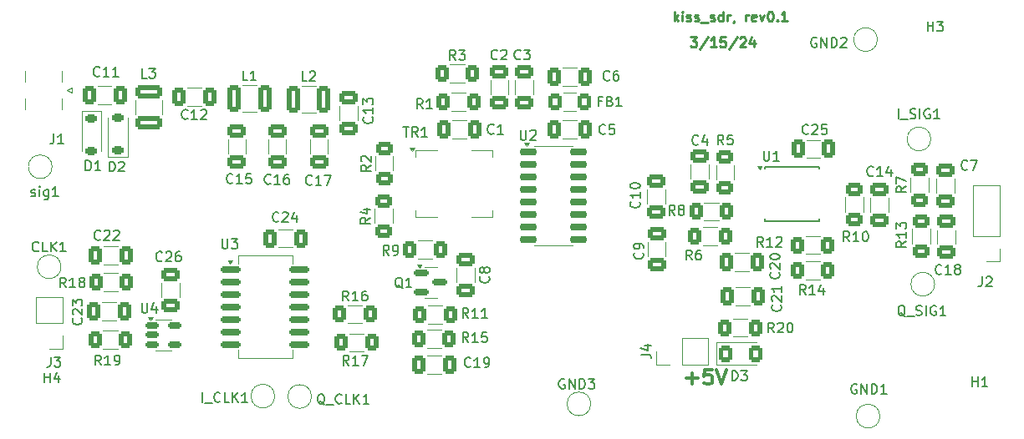
<source format=gto>
%TF.GenerationSoftware,KiCad,Pcbnew,7.0.10-7.0.10~ubuntu22.04.1*%
%TF.CreationDate,2024-03-15T16:54:52-07:00*%
%TF.ProjectId,kiss_sdr_r1,6b697373-5f73-4647-925f-72312e6b6963,rev?*%
%TF.SameCoordinates,Original*%
%TF.FileFunction,Legend,Top*%
%TF.FilePolarity,Positive*%
%FSLAX46Y46*%
G04 Gerber Fmt 4.6, Leading zero omitted, Abs format (unit mm)*
G04 Created by KiCad (PCBNEW 7.0.10-7.0.10~ubuntu22.04.1) date 2024-03-15 16:54:52*
%MOMM*%
%LPD*%
G01*
G04 APERTURE LIST*
G04 Aperture macros list*
%AMRoundRect*
0 Rectangle with rounded corners*
0 $1 Rounding radius*
0 $2 $3 $4 $5 $6 $7 $8 $9 X,Y pos of 4 corners*
0 Add a 4 corners polygon primitive as box body*
4,1,4,$2,$3,$4,$5,$6,$7,$8,$9,$2,$3,0*
0 Add four circle primitives for the rounded corners*
1,1,$1+$1,$2,$3*
1,1,$1+$1,$4,$5*
1,1,$1+$1,$6,$7*
1,1,$1+$1,$8,$9*
0 Add four rect primitives between the rounded corners*
20,1,$1+$1,$2,$3,$4,$5,0*
20,1,$1+$1,$4,$5,$6,$7,0*
20,1,$1+$1,$6,$7,$8,$9,0*
20,1,$1+$1,$8,$9,$2,$3,0*%
G04 Aperture macros list end*
%ADD10C,0.300000*%
%ADD11C,0.250000*%
%ADD12C,0.150000*%
%ADD13C,0.120000*%
%ADD14RoundRect,0.250000X-0.400000X-0.625000X0.400000X-0.625000X0.400000X0.625000X-0.400000X0.625000X0*%
%ADD15RoundRect,0.150000X-0.512500X-0.150000X0.512500X-0.150000X0.512500X0.150000X-0.512500X0.150000X0*%
%ADD16C,2.000000*%
%ADD17R,1.700000X0.650000*%
%ADD18RoundRect,0.250000X0.650000X-0.412500X0.650000X0.412500X-0.650000X0.412500X-0.650000X-0.412500X0*%
%ADD19RoundRect,0.250000X-0.625000X0.400000X-0.625000X-0.400000X0.625000X-0.400000X0.625000X0.400000X0*%
%ADD20RoundRect,0.250000X-0.412500X-0.650000X0.412500X-0.650000X0.412500X0.650000X-0.412500X0.650000X0*%
%ADD21RoundRect,0.225000X-0.375000X0.225000X-0.375000X-0.225000X0.375000X-0.225000X0.375000X0.225000X0*%
%ADD22RoundRect,0.250000X-0.650000X0.412500X-0.650000X-0.412500X0.650000X-0.412500X0.650000X0.412500X0*%
%ADD23RoundRect,0.150000X-0.837500X-0.150000X0.837500X-0.150000X0.837500X0.150000X-0.837500X0.150000X0*%
%ADD24RoundRect,0.250000X0.412500X0.650000X-0.412500X0.650000X-0.412500X-0.650000X0.412500X-0.650000X0*%
%ADD25C,4.500000*%
%ADD26RoundRect,0.250000X0.400000X0.625000X-0.400000X0.625000X-0.400000X-0.625000X0.400000X-0.625000X0*%
%ADD27RoundRect,0.150000X-0.587500X-0.150000X0.587500X-0.150000X0.587500X0.150000X-0.587500X0.150000X0*%
%ADD28RoundRect,0.225000X0.375000X-0.225000X0.375000X0.225000X-0.375000X0.225000X-0.375000X-0.225000X0*%
%ADD29R,1.520000X1.270000*%
%ADD30RoundRect,0.250000X0.625000X-0.400000X0.625000X0.400000X-0.625000X0.400000X-0.625000X-0.400000X0*%
%ADD31RoundRect,0.250000X-0.400000X-1.075000X0.400000X-1.075000X0.400000X1.075000X-0.400000X1.075000X0*%
%ADD32RoundRect,0.150000X-0.725000X-0.150000X0.725000X-0.150000X0.725000X0.150000X-0.725000X0.150000X0*%
%ADD33RoundRect,0.250000X-1.100000X0.412500X-1.100000X-0.412500X1.100000X-0.412500X1.100000X0.412500X0*%
%ADD34RoundRect,0.250001X-0.462499X-0.624999X0.462499X-0.624999X0.462499X0.624999X-0.462499X0.624999X0*%
%ADD35R,1.700000X1.700000*%
%ADD36O,1.700000X1.700000*%
%ADD37R,4.200000X1.350000*%
%ADD38R,3.600000X1.270000*%
G04 APERTURE END LIST*
D10*
X149133310Y-115636200D02*
X150276168Y-115636200D01*
X149704739Y-116207628D02*
X149704739Y-115064771D01*
X151704739Y-114707628D02*
X150990453Y-114707628D01*
X150990453Y-114707628D02*
X150919025Y-115421914D01*
X150919025Y-115421914D02*
X150990453Y-115350485D01*
X150990453Y-115350485D02*
X151133311Y-115279057D01*
X151133311Y-115279057D02*
X151490453Y-115279057D01*
X151490453Y-115279057D02*
X151633311Y-115350485D01*
X151633311Y-115350485D02*
X151704739Y-115421914D01*
X151704739Y-115421914D02*
X151776168Y-115564771D01*
X151776168Y-115564771D02*
X151776168Y-115921914D01*
X151776168Y-115921914D02*
X151704739Y-116064771D01*
X151704739Y-116064771D02*
X151633311Y-116136200D01*
X151633311Y-116136200D02*
X151490453Y-116207628D01*
X151490453Y-116207628D02*
X151133311Y-116207628D01*
X151133311Y-116207628D02*
X150990453Y-116136200D01*
X150990453Y-116136200D02*
X150919025Y-116064771D01*
X152204739Y-114707628D02*
X152704739Y-116207628D01*
X152704739Y-116207628D02*
X153204739Y-114707628D01*
D11*
X149546530Y-81006819D02*
X150165577Y-81006819D01*
X150165577Y-81006819D02*
X149832244Y-81387771D01*
X149832244Y-81387771D02*
X149975101Y-81387771D01*
X149975101Y-81387771D02*
X150070339Y-81435390D01*
X150070339Y-81435390D02*
X150117958Y-81483009D01*
X150117958Y-81483009D02*
X150165577Y-81578247D01*
X150165577Y-81578247D02*
X150165577Y-81816342D01*
X150165577Y-81816342D02*
X150117958Y-81911580D01*
X150117958Y-81911580D02*
X150070339Y-81959200D01*
X150070339Y-81959200D02*
X149975101Y-82006819D01*
X149975101Y-82006819D02*
X149689387Y-82006819D01*
X149689387Y-82006819D02*
X149594149Y-81959200D01*
X149594149Y-81959200D02*
X149546530Y-81911580D01*
X151308434Y-80959200D02*
X150451292Y-82244914D01*
X152165577Y-82006819D02*
X151594149Y-82006819D01*
X151879863Y-82006819D02*
X151879863Y-81006819D01*
X151879863Y-81006819D02*
X151784625Y-81149676D01*
X151784625Y-81149676D02*
X151689387Y-81244914D01*
X151689387Y-81244914D02*
X151594149Y-81292533D01*
X153070339Y-81006819D02*
X152594149Y-81006819D01*
X152594149Y-81006819D02*
X152546530Y-81483009D01*
X152546530Y-81483009D02*
X152594149Y-81435390D01*
X152594149Y-81435390D02*
X152689387Y-81387771D01*
X152689387Y-81387771D02*
X152927482Y-81387771D01*
X152927482Y-81387771D02*
X153022720Y-81435390D01*
X153022720Y-81435390D02*
X153070339Y-81483009D01*
X153070339Y-81483009D02*
X153117958Y-81578247D01*
X153117958Y-81578247D02*
X153117958Y-81816342D01*
X153117958Y-81816342D02*
X153070339Y-81911580D01*
X153070339Y-81911580D02*
X153022720Y-81959200D01*
X153022720Y-81959200D02*
X152927482Y-82006819D01*
X152927482Y-82006819D02*
X152689387Y-82006819D01*
X152689387Y-82006819D02*
X152594149Y-81959200D01*
X152594149Y-81959200D02*
X152546530Y-81911580D01*
X154260815Y-80959200D02*
X153403673Y-82244914D01*
X154546530Y-81102057D02*
X154594149Y-81054438D01*
X154594149Y-81054438D02*
X154689387Y-81006819D01*
X154689387Y-81006819D02*
X154927482Y-81006819D01*
X154927482Y-81006819D02*
X155022720Y-81054438D01*
X155022720Y-81054438D02*
X155070339Y-81102057D01*
X155070339Y-81102057D02*
X155117958Y-81197295D01*
X155117958Y-81197295D02*
X155117958Y-81292533D01*
X155117958Y-81292533D02*
X155070339Y-81435390D01*
X155070339Y-81435390D02*
X154498911Y-82006819D01*
X154498911Y-82006819D02*
X155117958Y-82006819D01*
X155975101Y-81340152D02*
X155975101Y-82006819D01*
X155737006Y-80959200D02*
X155498911Y-81673485D01*
X155498911Y-81673485D02*
X156117958Y-81673485D01*
X147914568Y-79390619D02*
X147914568Y-78390619D01*
X148009806Y-79009666D02*
X148295520Y-79390619D01*
X148295520Y-78723952D02*
X147914568Y-79104904D01*
X148724092Y-79390619D02*
X148724092Y-78723952D01*
X148724092Y-78390619D02*
X148676473Y-78438238D01*
X148676473Y-78438238D02*
X148724092Y-78485857D01*
X148724092Y-78485857D02*
X148771711Y-78438238D01*
X148771711Y-78438238D02*
X148724092Y-78390619D01*
X148724092Y-78390619D02*
X148724092Y-78485857D01*
X149152663Y-79343000D02*
X149247901Y-79390619D01*
X149247901Y-79390619D02*
X149438377Y-79390619D01*
X149438377Y-79390619D02*
X149533615Y-79343000D01*
X149533615Y-79343000D02*
X149581234Y-79247761D01*
X149581234Y-79247761D02*
X149581234Y-79200142D01*
X149581234Y-79200142D02*
X149533615Y-79104904D01*
X149533615Y-79104904D02*
X149438377Y-79057285D01*
X149438377Y-79057285D02*
X149295520Y-79057285D01*
X149295520Y-79057285D02*
X149200282Y-79009666D01*
X149200282Y-79009666D02*
X149152663Y-78914428D01*
X149152663Y-78914428D02*
X149152663Y-78866809D01*
X149152663Y-78866809D02*
X149200282Y-78771571D01*
X149200282Y-78771571D02*
X149295520Y-78723952D01*
X149295520Y-78723952D02*
X149438377Y-78723952D01*
X149438377Y-78723952D02*
X149533615Y-78771571D01*
X149962187Y-79343000D02*
X150057425Y-79390619D01*
X150057425Y-79390619D02*
X150247901Y-79390619D01*
X150247901Y-79390619D02*
X150343139Y-79343000D01*
X150343139Y-79343000D02*
X150390758Y-79247761D01*
X150390758Y-79247761D02*
X150390758Y-79200142D01*
X150390758Y-79200142D02*
X150343139Y-79104904D01*
X150343139Y-79104904D02*
X150247901Y-79057285D01*
X150247901Y-79057285D02*
X150105044Y-79057285D01*
X150105044Y-79057285D02*
X150009806Y-79009666D01*
X150009806Y-79009666D02*
X149962187Y-78914428D01*
X149962187Y-78914428D02*
X149962187Y-78866809D01*
X149962187Y-78866809D02*
X150009806Y-78771571D01*
X150009806Y-78771571D02*
X150105044Y-78723952D01*
X150105044Y-78723952D02*
X150247901Y-78723952D01*
X150247901Y-78723952D02*
X150343139Y-78771571D01*
X150581235Y-79485857D02*
X151343139Y-79485857D01*
X151533616Y-79343000D02*
X151628854Y-79390619D01*
X151628854Y-79390619D02*
X151819330Y-79390619D01*
X151819330Y-79390619D02*
X151914568Y-79343000D01*
X151914568Y-79343000D02*
X151962187Y-79247761D01*
X151962187Y-79247761D02*
X151962187Y-79200142D01*
X151962187Y-79200142D02*
X151914568Y-79104904D01*
X151914568Y-79104904D02*
X151819330Y-79057285D01*
X151819330Y-79057285D02*
X151676473Y-79057285D01*
X151676473Y-79057285D02*
X151581235Y-79009666D01*
X151581235Y-79009666D02*
X151533616Y-78914428D01*
X151533616Y-78914428D02*
X151533616Y-78866809D01*
X151533616Y-78866809D02*
X151581235Y-78771571D01*
X151581235Y-78771571D02*
X151676473Y-78723952D01*
X151676473Y-78723952D02*
X151819330Y-78723952D01*
X151819330Y-78723952D02*
X151914568Y-78771571D01*
X152819330Y-79390619D02*
X152819330Y-78390619D01*
X152819330Y-79343000D02*
X152724092Y-79390619D01*
X152724092Y-79390619D02*
X152533616Y-79390619D01*
X152533616Y-79390619D02*
X152438378Y-79343000D01*
X152438378Y-79343000D02*
X152390759Y-79295380D01*
X152390759Y-79295380D02*
X152343140Y-79200142D01*
X152343140Y-79200142D02*
X152343140Y-78914428D01*
X152343140Y-78914428D02*
X152390759Y-78819190D01*
X152390759Y-78819190D02*
X152438378Y-78771571D01*
X152438378Y-78771571D02*
X152533616Y-78723952D01*
X152533616Y-78723952D02*
X152724092Y-78723952D01*
X152724092Y-78723952D02*
X152819330Y-78771571D01*
X153295521Y-79390619D02*
X153295521Y-78723952D01*
X153295521Y-78914428D02*
X153343140Y-78819190D01*
X153343140Y-78819190D02*
X153390759Y-78771571D01*
X153390759Y-78771571D02*
X153485997Y-78723952D01*
X153485997Y-78723952D02*
X153581235Y-78723952D01*
X153962188Y-79343000D02*
X153962188Y-79390619D01*
X153962188Y-79390619D02*
X153914569Y-79485857D01*
X153914569Y-79485857D02*
X153866950Y-79533476D01*
X155152664Y-79390619D02*
X155152664Y-78723952D01*
X155152664Y-78914428D02*
X155200283Y-78819190D01*
X155200283Y-78819190D02*
X155247902Y-78771571D01*
X155247902Y-78771571D02*
X155343140Y-78723952D01*
X155343140Y-78723952D02*
X155438378Y-78723952D01*
X156152664Y-79343000D02*
X156057426Y-79390619D01*
X156057426Y-79390619D02*
X155866950Y-79390619D01*
X155866950Y-79390619D02*
X155771712Y-79343000D01*
X155771712Y-79343000D02*
X155724093Y-79247761D01*
X155724093Y-79247761D02*
X155724093Y-78866809D01*
X155724093Y-78866809D02*
X155771712Y-78771571D01*
X155771712Y-78771571D02*
X155866950Y-78723952D01*
X155866950Y-78723952D02*
X156057426Y-78723952D01*
X156057426Y-78723952D02*
X156152664Y-78771571D01*
X156152664Y-78771571D02*
X156200283Y-78866809D01*
X156200283Y-78866809D02*
X156200283Y-78962047D01*
X156200283Y-78962047D02*
X155724093Y-79057285D01*
X156533617Y-78723952D02*
X156771712Y-79390619D01*
X156771712Y-79390619D02*
X157009807Y-78723952D01*
X157581236Y-78390619D02*
X157676474Y-78390619D01*
X157676474Y-78390619D02*
X157771712Y-78438238D01*
X157771712Y-78438238D02*
X157819331Y-78485857D01*
X157819331Y-78485857D02*
X157866950Y-78581095D01*
X157866950Y-78581095D02*
X157914569Y-78771571D01*
X157914569Y-78771571D02*
X157914569Y-79009666D01*
X157914569Y-79009666D02*
X157866950Y-79200142D01*
X157866950Y-79200142D02*
X157819331Y-79295380D01*
X157819331Y-79295380D02*
X157771712Y-79343000D01*
X157771712Y-79343000D02*
X157676474Y-79390619D01*
X157676474Y-79390619D02*
X157581236Y-79390619D01*
X157581236Y-79390619D02*
X157485998Y-79343000D01*
X157485998Y-79343000D02*
X157438379Y-79295380D01*
X157438379Y-79295380D02*
X157390760Y-79200142D01*
X157390760Y-79200142D02*
X157343141Y-79009666D01*
X157343141Y-79009666D02*
X157343141Y-78771571D01*
X157343141Y-78771571D02*
X157390760Y-78581095D01*
X157390760Y-78581095D02*
X157438379Y-78485857D01*
X157438379Y-78485857D02*
X157485998Y-78438238D01*
X157485998Y-78438238D02*
X157581236Y-78390619D01*
X158343141Y-79295380D02*
X158390760Y-79343000D01*
X158390760Y-79343000D02*
X158343141Y-79390619D01*
X158343141Y-79390619D02*
X158295522Y-79343000D01*
X158295522Y-79343000D02*
X158343141Y-79295380D01*
X158343141Y-79295380D02*
X158343141Y-79390619D01*
X159343140Y-79390619D02*
X158771712Y-79390619D01*
X159057426Y-79390619D02*
X159057426Y-78390619D01*
X159057426Y-78390619D02*
X158962188Y-78533476D01*
X158962188Y-78533476D02*
X158866950Y-78628714D01*
X158866950Y-78628714D02*
X158771712Y-78676333D01*
D12*
X149682133Y-103602819D02*
X149348800Y-103126628D01*
X149110705Y-103602819D02*
X149110705Y-102602819D01*
X149110705Y-102602819D02*
X149491657Y-102602819D01*
X149491657Y-102602819D02*
X149586895Y-102650438D01*
X149586895Y-102650438D02*
X149634514Y-102698057D01*
X149634514Y-102698057D02*
X149682133Y-102793295D01*
X149682133Y-102793295D02*
X149682133Y-102936152D01*
X149682133Y-102936152D02*
X149634514Y-103031390D01*
X149634514Y-103031390D02*
X149586895Y-103079009D01*
X149586895Y-103079009D02*
X149491657Y-103126628D01*
X149491657Y-103126628D02*
X149110705Y-103126628D01*
X150539276Y-102602819D02*
X150348800Y-102602819D01*
X150348800Y-102602819D02*
X150253562Y-102650438D01*
X150253562Y-102650438D02*
X150205943Y-102698057D01*
X150205943Y-102698057D02*
X150110705Y-102840914D01*
X150110705Y-102840914D02*
X150063086Y-103031390D01*
X150063086Y-103031390D02*
X150063086Y-103412342D01*
X150063086Y-103412342D02*
X150110705Y-103507580D01*
X150110705Y-103507580D02*
X150158324Y-103555200D01*
X150158324Y-103555200D02*
X150253562Y-103602819D01*
X150253562Y-103602819D02*
X150444038Y-103602819D01*
X150444038Y-103602819D02*
X150539276Y-103555200D01*
X150539276Y-103555200D02*
X150586895Y-103507580D01*
X150586895Y-103507580D02*
X150634514Y-103412342D01*
X150634514Y-103412342D02*
X150634514Y-103174247D01*
X150634514Y-103174247D02*
X150586895Y-103079009D01*
X150586895Y-103079009D02*
X150539276Y-103031390D01*
X150539276Y-103031390D02*
X150444038Y-102983771D01*
X150444038Y-102983771D02*
X150253562Y-102983771D01*
X150253562Y-102983771D02*
X150158324Y-103031390D01*
X150158324Y-103031390D02*
X150110705Y-103079009D01*
X150110705Y-103079009D02*
X150063086Y-103174247D01*
X93959695Y-107976319D02*
X93959695Y-108785842D01*
X93959695Y-108785842D02*
X94007314Y-108881080D01*
X94007314Y-108881080D02*
X94054933Y-108928700D01*
X94054933Y-108928700D02*
X94150171Y-108976319D01*
X94150171Y-108976319D02*
X94340647Y-108976319D01*
X94340647Y-108976319D02*
X94435885Y-108928700D01*
X94435885Y-108928700D02*
X94483504Y-108881080D01*
X94483504Y-108881080D02*
X94531123Y-108785842D01*
X94531123Y-108785842D02*
X94531123Y-107976319D01*
X95435885Y-108309652D02*
X95435885Y-108976319D01*
X95197790Y-107928700D02*
X94959695Y-108642985D01*
X94959695Y-108642985D02*
X95578742Y-108642985D01*
X83515571Y-102665280D02*
X83467952Y-102712900D01*
X83467952Y-102712900D02*
X83325095Y-102760519D01*
X83325095Y-102760519D02*
X83229857Y-102760519D01*
X83229857Y-102760519D02*
X83087000Y-102712900D01*
X83087000Y-102712900D02*
X82991762Y-102617661D01*
X82991762Y-102617661D02*
X82944143Y-102522423D01*
X82944143Y-102522423D02*
X82896524Y-102331947D01*
X82896524Y-102331947D02*
X82896524Y-102189090D01*
X82896524Y-102189090D02*
X82944143Y-101998614D01*
X82944143Y-101998614D02*
X82991762Y-101903376D01*
X82991762Y-101903376D02*
X83087000Y-101808138D01*
X83087000Y-101808138D02*
X83229857Y-101760519D01*
X83229857Y-101760519D02*
X83325095Y-101760519D01*
X83325095Y-101760519D02*
X83467952Y-101808138D01*
X83467952Y-101808138D02*
X83515571Y-101855757D01*
X84420333Y-102760519D02*
X83944143Y-102760519D01*
X83944143Y-102760519D02*
X83944143Y-101760519D01*
X84753667Y-102760519D02*
X84753667Y-101760519D01*
X85325095Y-102760519D02*
X84896524Y-102189090D01*
X85325095Y-101760519D02*
X84753667Y-102331947D01*
X86277476Y-102760519D02*
X85706048Y-102760519D01*
X85991762Y-102760519D02*
X85991762Y-101760519D01*
X85991762Y-101760519D02*
X85896524Y-101903376D01*
X85896524Y-101903376D02*
X85801286Y-101998614D01*
X85801286Y-101998614D02*
X85706048Y-102046233D01*
X156960895Y-92544419D02*
X156960895Y-93353942D01*
X156960895Y-93353942D02*
X157008514Y-93449180D01*
X157008514Y-93449180D02*
X157056133Y-93496800D01*
X157056133Y-93496800D02*
X157151371Y-93544419D01*
X157151371Y-93544419D02*
X157341847Y-93544419D01*
X157341847Y-93544419D02*
X157437085Y-93496800D01*
X157437085Y-93496800D02*
X157484704Y-93449180D01*
X157484704Y-93449180D02*
X157532323Y-93353942D01*
X157532323Y-93353942D02*
X157532323Y-92544419D01*
X158532323Y-93544419D02*
X157960895Y-93544419D01*
X158246609Y-93544419D02*
X158246609Y-92544419D01*
X158246609Y-92544419D02*
X158151371Y-92687276D01*
X158151371Y-92687276D02*
X158056133Y-92782514D01*
X158056133Y-92782514D02*
X157960895Y-92830133D01*
X89836942Y-114283519D02*
X89503609Y-113807328D01*
X89265514Y-114283519D02*
X89265514Y-113283519D01*
X89265514Y-113283519D02*
X89646466Y-113283519D01*
X89646466Y-113283519D02*
X89741704Y-113331138D01*
X89741704Y-113331138D02*
X89789323Y-113378757D01*
X89789323Y-113378757D02*
X89836942Y-113473995D01*
X89836942Y-113473995D02*
X89836942Y-113616852D01*
X89836942Y-113616852D02*
X89789323Y-113712090D01*
X89789323Y-113712090D02*
X89741704Y-113759709D01*
X89741704Y-113759709D02*
X89646466Y-113807328D01*
X89646466Y-113807328D02*
X89265514Y-113807328D01*
X90789323Y-114283519D02*
X90217895Y-114283519D01*
X90503609Y-114283519D02*
X90503609Y-113283519D01*
X90503609Y-113283519D02*
X90408371Y-113426376D01*
X90408371Y-113426376D02*
X90313133Y-113521614D01*
X90313133Y-113521614D02*
X90217895Y-113569233D01*
X91265514Y-114283519D02*
X91455990Y-114283519D01*
X91455990Y-114283519D02*
X91551228Y-114235900D01*
X91551228Y-114235900D02*
X91598847Y-114188280D01*
X91598847Y-114188280D02*
X91694085Y-114045423D01*
X91694085Y-114045423D02*
X91741704Y-113854947D01*
X91741704Y-113854947D02*
X91741704Y-113473995D01*
X91741704Y-113473995D02*
X91694085Y-113378757D01*
X91694085Y-113378757D02*
X91646466Y-113331138D01*
X91646466Y-113331138D02*
X91551228Y-113283519D01*
X91551228Y-113283519D02*
X91360752Y-113283519D01*
X91360752Y-113283519D02*
X91265514Y-113331138D01*
X91265514Y-113331138D02*
X91217895Y-113378757D01*
X91217895Y-113378757D02*
X91170276Y-113473995D01*
X91170276Y-113473995D02*
X91170276Y-113712090D01*
X91170276Y-113712090D02*
X91217895Y-113807328D01*
X91217895Y-113807328D02*
X91265514Y-113854947D01*
X91265514Y-113854947D02*
X91360752Y-113902566D01*
X91360752Y-113902566D02*
X91551228Y-113902566D01*
X91551228Y-113902566D02*
X91646466Y-113854947D01*
X91646466Y-113854947D02*
X91694085Y-113807328D01*
X91694085Y-113807328D02*
X91741704Y-113712090D01*
X129971733Y-83187580D02*
X129924114Y-83235200D01*
X129924114Y-83235200D02*
X129781257Y-83282819D01*
X129781257Y-83282819D02*
X129686019Y-83282819D01*
X129686019Y-83282819D02*
X129543162Y-83235200D01*
X129543162Y-83235200D02*
X129447924Y-83139961D01*
X129447924Y-83139961D02*
X129400305Y-83044723D01*
X129400305Y-83044723D02*
X129352686Y-82854247D01*
X129352686Y-82854247D02*
X129352686Y-82711390D01*
X129352686Y-82711390D02*
X129400305Y-82520914D01*
X129400305Y-82520914D02*
X129447924Y-82425676D01*
X129447924Y-82425676D02*
X129543162Y-82330438D01*
X129543162Y-82330438D02*
X129686019Y-82282819D01*
X129686019Y-82282819D02*
X129781257Y-82282819D01*
X129781257Y-82282819D02*
X129924114Y-82330438D01*
X129924114Y-82330438D02*
X129971733Y-82378057D01*
X130352686Y-82378057D02*
X130400305Y-82330438D01*
X130400305Y-82330438D02*
X130495543Y-82282819D01*
X130495543Y-82282819D02*
X130733638Y-82282819D01*
X130733638Y-82282819D02*
X130828876Y-82330438D01*
X130828876Y-82330438D02*
X130876495Y-82378057D01*
X130876495Y-82378057D02*
X130924114Y-82473295D01*
X130924114Y-82473295D02*
X130924114Y-82568533D01*
X130924114Y-82568533D02*
X130876495Y-82711390D01*
X130876495Y-82711390D02*
X130305067Y-83282819D01*
X130305067Y-83282819D02*
X130924114Y-83282819D01*
X171391769Y-101721157D02*
X170915578Y-102054490D01*
X171391769Y-102292585D02*
X170391769Y-102292585D01*
X170391769Y-102292585D02*
X170391769Y-101911633D01*
X170391769Y-101911633D02*
X170439388Y-101816395D01*
X170439388Y-101816395D02*
X170487007Y-101768776D01*
X170487007Y-101768776D02*
X170582245Y-101721157D01*
X170582245Y-101721157D02*
X170725102Y-101721157D01*
X170725102Y-101721157D02*
X170820340Y-101768776D01*
X170820340Y-101768776D02*
X170867959Y-101816395D01*
X170867959Y-101816395D02*
X170915578Y-101911633D01*
X170915578Y-101911633D02*
X170915578Y-102292585D01*
X171391769Y-100768776D02*
X171391769Y-101340204D01*
X171391769Y-101054490D02*
X170391769Y-101054490D01*
X170391769Y-101054490D02*
X170534626Y-101149728D01*
X170534626Y-101149728D02*
X170629864Y-101244966D01*
X170629864Y-101244966D02*
X170677483Y-101340204D01*
X170391769Y-100435442D02*
X170391769Y-99816395D01*
X170391769Y-99816395D02*
X170772721Y-100149728D01*
X170772721Y-100149728D02*
X170772721Y-100006871D01*
X170772721Y-100006871D02*
X170820340Y-99911633D01*
X170820340Y-99911633D02*
X170867959Y-99864014D01*
X170867959Y-99864014D02*
X170963197Y-99816395D01*
X170963197Y-99816395D02*
X171201292Y-99816395D01*
X171201292Y-99816395D02*
X171296530Y-99864014D01*
X171296530Y-99864014D02*
X171344150Y-99911633D01*
X171344150Y-99911633D02*
X171391769Y-100006871D01*
X171391769Y-100006871D02*
X171391769Y-100292585D01*
X171391769Y-100292585D02*
X171344150Y-100387823D01*
X171344150Y-100387823D02*
X171296530Y-100435442D01*
X132333933Y-83187580D02*
X132286314Y-83235200D01*
X132286314Y-83235200D02*
X132143457Y-83282819D01*
X132143457Y-83282819D02*
X132048219Y-83282819D01*
X132048219Y-83282819D02*
X131905362Y-83235200D01*
X131905362Y-83235200D02*
X131810124Y-83139961D01*
X131810124Y-83139961D02*
X131762505Y-83044723D01*
X131762505Y-83044723D02*
X131714886Y-82854247D01*
X131714886Y-82854247D02*
X131714886Y-82711390D01*
X131714886Y-82711390D02*
X131762505Y-82520914D01*
X131762505Y-82520914D02*
X131810124Y-82425676D01*
X131810124Y-82425676D02*
X131905362Y-82330438D01*
X131905362Y-82330438D02*
X132048219Y-82282819D01*
X132048219Y-82282819D02*
X132143457Y-82282819D01*
X132143457Y-82282819D02*
X132286314Y-82330438D01*
X132286314Y-82330438D02*
X132333933Y-82378057D01*
X132667267Y-82282819D02*
X133286314Y-82282819D01*
X133286314Y-82282819D02*
X132952981Y-82663771D01*
X132952981Y-82663771D02*
X133095838Y-82663771D01*
X133095838Y-82663771D02*
X133191076Y-82711390D01*
X133191076Y-82711390D02*
X133238695Y-82759009D01*
X133238695Y-82759009D02*
X133286314Y-82854247D01*
X133286314Y-82854247D02*
X133286314Y-83092342D01*
X133286314Y-83092342D02*
X133238695Y-83187580D01*
X133238695Y-83187580D02*
X133191076Y-83235200D01*
X133191076Y-83235200D02*
X133095838Y-83282819D01*
X133095838Y-83282819D02*
X132810124Y-83282819D01*
X132810124Y-83282819D02*
X132714886Y-83235200D01*
X132714886Y-83235200D02*
X132667267Y-83187580D01*
X96034542Y-103672680D02*
X95986923Y-103720300D01*
X95986923Y-103720300D02*
X95844066Y-103767919D01*
X95844066Y-103767919D02*
X95748828Y-103767919D01*
X95748828Y-103767919D02*
X95605971Y-103720300D01*
X95605971Y-103720300D02*
X95510733Y-103625061D01*
X95510733Y-103625061D02*
X95463114Y-103529823D01*
X95463114Y-103529823D02*
X95415495Y-103339347D01*
X95415495Y-103339347D02*
X95415495Y-103196490D01*
X95415495Y-103196490D02*
X95463114Y-103006014D01*
X95463114Y-103006014D02*
X95510733Y-102910776D01*
X95510733Y-102910776D02*
X95605971Y-102815538D01*
X95605971Y-102815538D02*
X95748828Y-102767919D01*
X95748828Y-102767919D02*
X95844066Y-102767919D01*
X95844066Y-102767919D02*
X95986923Y-102815538D01*
X95986923Y-102815538D02*
X96034542Y-102863157D01*
X96415495Y-102863157D02*
X96463114Y-102815538D01*
X96463114Y-102815538D02*
X96558352Y-102767919D01*
X96558352Y-102767919D02*
X96796447Y-102767919D01*
X96796447Y-102767919D02*
X96891685Y-102815538D01*
X96891685Y-102815538D02*
X96939304Y-102863157D01*
X96939304Y-102863157D02*
X96986923Y-102958395D01*
X96986923Y-102958395D02*
X96986923Y-103053633D01*
X96986923Y-103053633D02*
X96939304Y-103196490D01*
X96939304Y-103196490D02*
X96367876Y-103767919D01*
X96367876Y-103767919D02*
X96986923Y-103767919D01*
X97844066Y-102767919D02*
X97653590Y-102767919D01*
X97653590Y-102767919D02*
X97558352Y-102815538D01*
X97558352Y-102815538D02*
X97510733Y-102863157D01*
X97510733Y-102863157D02*
X97415495Y-103006014D01*
X97415495Y-103006014D02*
X97367876Y-103196490D01*
X97367876Y-103196490D02*
X97367876Y-103577442D01*
X97367876Y-103577442D02*
X97415495Y-103672680D01*
X97415495Y-103672680D02*
X97463114Y-103720300D01*
X97463114Y-103720300D02*
X97558352Y-103767919D01*
X97558352Y-103767919D02*
X97748828Y-103767919D01*
X97748828Y-103767919D02*
X97844066Y-103720300D01*
X97844066Y-103720300D02*
X97891685Y-103672680D01*
X97891685Y-103672680D02*
X97939304Y-103577442D01*
X97939304Y-103577442D02*
X97939304Y-103339347D01*
X97939304Y-103339347D02*
X97891685Y-103244109D01*
X97891685Y-103244109D02*
X97844066Y-103196490D01*
X97844066Y-103196490D02*
X97748828Y-103148871D01*
X97748828Y-103148871D02*
X97558352Y-103148871D01*
X97558352Y-103148871D02*
X97463114Y-103196490D01*
X97463114Y-103196490D02*
X97415495Y-103244109D01*
X97415495Y-103244109D02*
X97367876Y-103339347D01*
X158666580Y-108185057D02*
X158714200Y-108232676D01*
X158714200Y-108232676D02*
X158761819Y-108375533D01*
X158761819Y-108375533D02*
X158761819Y-108470771D01*
X158761819Y-108470771D02*
X158714200Y-108613628D01*
X158714200Y-108613628D02*
X158618961Y-108708866D01*
X158618961Y-108708866D02*
X158523723Y-108756485D01*
X158523723Y-108756485D02*
X158333247Y-108804104D01*
X158333247Y-108804104D02*
X158190390Y-108804104D01*
X158190390Y-108804104D02*
X157999914Y-108756485D01*
X157999914Y-108756485D02*
X157904676Y-108708866D01*
X157904676Y-108708866D02*
X157809438Y-108613628D01*
X157809438Y-108613628D02*
X157761819Y-108470771D01*
X157761819Y-108470771D02*
X157761819Y-108375533D01*
X157761819Y-108375533D02*
X157809438Y-108232676D01*
X157809438Y-108232676D02*
X157857057Y-108185057D01*
X157857057Y-107804104D02*
X157809438Y-107756485D01*
X157809438Y-107756485D02*
X157761819Y-107661247D01*
X157761819Y-107661247D02*
X157761819Y-107423152D01*
X157761819Y-107423152D02*
X157809438Y-107327914D01*
X157809438Y-107327914D02*
X157857057Y-107280295D01*
X157857057Y-107280295D02*
X157952295Y-107232676D01*
X157952295Y-107232676D02*
X158047533Y-107232676D01*
X158047533Y-107232676D02*
X158190390Y-107280295D01*
X158190390Y-107280295D02*
X158761819Y-107851723D01*
X158761819Y-107851723D02*
X158761819Y-107232676D01*
X158761819Y-106280295D02*
X158761819Y-106851723D01*
X158761819Y-106566009D02*
X157761819Y-106566009D01*
X157761819Y-106566009D02*
X157904676Y-106661247D01*
X157904676Y-106661247D02*
X157999914Y-106756485D01*
X157999914Y-106756485D02*
X158047533Y-106851723D01*
X88277705Y-94536019D02*
X88277705Y-93536019D01*
X88277705Y-93536019D02*
X88515800Y-93536019D01*
X88515800Y-93536019D02*
X88658657Y-93583638D01*
X88658657Y-93583638D02*
X88753895Y-93678876D01*
X88753895Y-93678876D02*
X88801514Y-93774114D01*
X88801514Y-93774114D02*
X88849133Y-93964590D01*
X88849133Y-93964590D02*
X88849133Y-94107447D01*
X88849133Y-94107447D02*
X88801514Y-94297923D01*
X88801514Y-94297923D02*
X88753895Y-94393161D01*
X88753895Y-94393161D02*
X88658657Y-94488400D01*
X88658657Y-94488400D02*
X88515800Y-94536019D01*
X88515800Y-94536019D02*
X88277705Y-94536019D01*
X89801514Y-94536019D02*
X89230086Y-94536019D01*
X89515800Y-94536019D02*
X89515800Y-93536019D01*
X89515800Y-93536019D02*
X89420562Y-93678876D01*
X89420562Y-93678876D02*
X89325324Y-93774114D01*
X89325324Y-93774114D02*
X89230086Y-93821733D01*
X125755333Y-83342419D02*
X125422000Y-82866228D01*
X125183905Y-83342419D02*
X125183905Y-82342419D01*
X125183905Y-82342419D02*
X125564857Y-82342419D01*
X125564857Y-82342419D02*
X125660095Y-82390038D01*
X125660095Y-82390038D02*
X125707714Y-82437657D01*
X125707714Y-82437657D02*
X125755333Y-82532895D01*
X125755333Y-82532895D02*
X125755333Y-82675752D01*
X125755333Y-82675752D02*
X125707714Y-82770990D01*
X125707714Y-82770990D02*
X125660095Y-82818609D01*
X125660095Y-82818609D02*
X125564857Y-82866228D01*
X125564857Y-82866228D02*
X125183905Y-82866228D01*
X126088667Y-82342419D02*
X126707714Y-82342419D01*
X126707714Y-82342419D02*
X126374381Y-82723371D01*
X126374381Y-82723371D02*
X126517238Y-82723371D01*
X126517238Y-82723371D02*
X126612476Y-82770990D01*
X126612476Y-82770990D02*
X126660095Y-82818609D01*
X126660095Y-82818609D02*
X126707714Y-82913847D01*
X126707714Y-82913847D02*
X126707714Y-83151942D01*
X126707714Y-83151942D02*
X126660095Y-83247180D01*
X126660095Y-83247180D02*
X126612476Y-83294800D01*
X126612476Y-83294800D02*
X126517238Y-83342419D01*
X126517238Y-83342419D02*
X126231524Y-83342419D01*
X126231524Y-83342419D02*
X126136286Y-83294800D01*
X126136286Y-83294800D02*
X126088667Y-83247180D01*
X107016542Y-95836780D02*
X106968923Y-95884400D01*
X106968923Y-95884400D02*
X106826066Y-95932019D01*
X106826066Y-95932019D02*
X106730828Y-95932019D01*
X106730828Y-95932019D02*
X106587971Y-95884400D01*
X106587971Y-95884400D02*
X106492733Y-95789161D01*
X106492733Y-95789161D02*
X106445114Y-95693923D01*
X106445114Y-95693923D02*
X106397495Y-95503447D01*
X106397495Y-95503447D02*
X106397495Y-95360590D01*
X106397495Y-95360590D02*
X106445114Y-95170114D01*
X106445114Y-95170114D02*
X106492733Y-95074876D01*
X106492733Y-95074876D02*
X106587971Y-94979638D01*
X106587971Y-94979638D02*
X106730828Y-94932019D01*
X106730828Y-94932019D02*
X106826066Y-94932019D01*
X106826066Y-94932019D02*
X106968923Y-94979638D01*
X106968923Y-94979638D02*
X107016542Y-95027257D01*
X107968923Y-95932019D02*
X107397495Y-95932019D01*
X107683209Y-95932019D02*
X107683209Y-94932019D01*
X107683209Y-94932019D02*
X107587971Y-95074876D01*
X107587971Y-95074876D02*
X107492733Y-95170114D01*
X107492733Y-95170114D02*
X107397495Y-95217733D01*
X108826066Y-94932019D02*
X108635590Y-94932019D01*
X108635590Y-94932019D02*
X108540352Y-94979638D01*
X108540352Y-94979638D02*
X108492733Y-95027257D01*
X108492733Y-95027257D02*
X108397495Y-95170114D01*
X108397495Y-95170114D02*
X108349876Y-95360590D01*
X108349876Y-95360590D02*
X108349876Y-95741542D01*
X108349876Y-95741542D02*
X108397495Y-95836780D01*
X108397495Y-95836780D02*
X108445114Y-95884400D01*
X108445114Y-95884400D02*
X108540352Y-95932019D01*
X108540352Y-95932019D02*
X108730828Y-95932019D01*
X108730828Y-95932019D02*
X108826066Y-95884400D01*
X108826066Y-95884400D02*
X108873685Y-95836780D01*
X108873685Y-95836780D02*
X108921304Y-95741542D01*
X108921304Y-95741542D02*
X108921304Y-95503447D01*
X108921304Y-95503447D02*
X108873685Y-95408209D01*
X108873685Y-95408209D02*
X108826066Y-95360590D01*
X108826066Y-95360590D02*
X108730828Y-95312971D01*
X108730828Y-95312971D02*
X108540352Y-95312971D01*
X108540352Y-95312971D02*
X108445114Y-95360590D01*
X108445114Y-95360590D02*
X108397495Y-95408209D01*
X108397495Y-95408209D02*
X108349876Y-95503447D01*
X102087695Y-101447119D02*
X102087695Y-102256642D01*
X102087695Y-102256642D02*
X102135314Y-102351880D01*
X102135314Y-102351880D02*
X102182933Y-102399500D01*
X102182933Y-102399500D02*
X102278171Y-102447119D01*
X102278171Y-102447119D02*
X102468647Y-102447119D01*
X102468647Y-102447119D02*
X102563885Y-102399500D01*
X102563885Y-102399500D02*
X102611504Y-102351880D01*
X102611504Y-102351880D02*
X102659123Y-102256642D01*
X102659123Y-102256642D02*
X102659123Y-101447119D01*
X103040076Y-101447119D02*
X103659123Y-101447119D01*
X103659123Y-101447119D02*
X103325790Y-101828071D01*
X103325790Y-101828071D02*
X103468647Y-101828071D01*
X103468647Y-101828071D02*
X103563885Y-101875690D01*
X103563885Y-101875690D02*
X103611504Y-101923309D01*
X103611504Y-101923309D02*
X103659123Y-102018547D01*
X103659123Y-102018547D02*
X103659123Y-102256642D01*
X103659123Y-102256642D02*
X103611504Y-102351880D01*
X103611504Y-102351880D02*
X103563885Y-102399500D01*
X103563885Y-102399500D02*
X103468647Y-102447119D01*
X103468647Y-102447119D02*
X103182933Y-102447119D01*
X103182933Y-102447119D02*
X103087695Y-102399500D01*
X103087695Y-102399500D02*
X103040076Y-102351880D01*
X156902142Y-102282019D02*
X156568809Y-101805828D01*
X156330714Y-102282019D02*
X156330714Y-101282019D01*
X156330714Y-101282019D02*
X156711666Y-101282019D01*
X156711666Y-101282019D02*
X156806904Y-101329638D01*
X156806904Y-101329638D02*
X156854523Y-101377257D01*
X156854523Y-101377257D02*
X156902142Y-101472495D01*
X156902142Y-101472495D02*
X156902142Y-101615352D01*
X156902142Y-101615352D02*
X156854523Y-101710590D01*
X156854523Y-101710590D02*
X156806904Y-101758209D01*
X156806904Y-101758209D02*
X156711666Y-101805828D01*
X156711666Y-101805828D02*
X156330714Y-101805828D01*
X157854523Y-102282019D02*
X157283095Y-102282019D01*
X157568809Y-102282019D02*
X157568809Y-101282019D01*
X157568809Y-101282019D02*
X157473571Y-101424876D01*
X157473571Y-101424876D02*
X157378333Y-101520114D01*
X157378333Y-101520114D02*
X157283095Y-101567733D01*
X158235476Y-101377257D02*
X158283095Y-101329638D01*
X158283095Y-101329638D02*
X158378333Y-101282019D01*
X158378333Y-101282019D02*
X158616428Y-101282019D01*
X158616428Y-101282019D02*
X158711666Y-101329638D01*
X158711666Y-101329638D02*
X158759285Y-101377257D01*
X158759285Y-101377257D02*
X158806904Y-101472495D01*
X158806904Y-101472495D02*
X158806904Y-101567733D01*
X158806904Y-101567733D02*
X158759285Y-101710590D01*
X158759285Y-101710590D02*
X158187857Y-102282019D01*
X158187857Y-102282019D02*
X158806904Y-102282019D01*
X136774304Y-115714638D02*
X136679066Y-115667019D01*
X136679066Y-115667019D02*
X136536209Y-115667019D01*
X136536209Y-115667019D02*
X136393352Y-115714638D01*
X136393352Y-115714638D02*
X136298114Y-115809876D01*
X136298114Y-115809876D02*
X136250495Y-115905114D01*
X136250495Y-115905114D02*
X136202876Y-116095590D01*
X136202876Y-116095590D02*
X136202876Y-116238447D01*
X136202876Y-116238447D02*
X136250495Y-116428923D01*
X136250495Y-116428923D02*
X136298114Y-116524161D01*
X136298114Y-116524161D02*
X136393352Y-116619400D01*
X136393352Y-116619400D02*
X136536209Y-116667019D01*
X136536209Y-116667019D02*
X136631447Y-116667019D01*
X136631447Y-116667019D02*
X136774304Y-116619400D01*
X136774304Y-116619400D02*
X136821923Y-116571780D01*
X136821923Y-116571780D02*
X136821923Y-116238447D01*
X136821923Y-116238447D02*
X136631447Y-116238447D01*
X137250495Y-116667019D02*
X137250495Y-115667019D01*
X137250495Y-115667019D02*
X137821923Y-116667019D01*
X137821923Y-116667019D02*
X137821923Y-115667019D01*
X138298114Y-116667019D02*
X138298114Y-115667019D01*
X138298114Y-115667019D02*
X138536209Y-115667019D01*
X138536209Y-115667019D02*
X138679066Y-115714638D01*
X138679066Y-115714638D02*
X138774304Y-115809876D01*
X138774304Y-115809876D02*
X138821923Y-115905114D01*
X138821923Y-115905114D02*
X138869542Y-116095590D01*
X138869542Y-116095590D02*
X138869542Y-116238447D01*
X138869542Y-116238447D02*
X138821923Y-116428923D01*
X138821923Y-116428923D02*
X138774304Y-116524161D01*
X138774304Y-116524161D02*
X138679066Y-116619400D01*
X138679066Y-116619400D02*
X138536209Y-116667019D01*
X138536209Y-116667019D02*
X138298114Y-116667019D01*
X139202876Y-115667019D02*
X139821923Y-115667019D01*
X139821923Y-115667019D02*
X139488590Y-116047971D01*
X139488590Y-116047971D02*
X139631447Y-116047971D01*
X139631447Y-116047971D02*
X139726685Y-116095590D01*
X139726685Y-116095590D02*
X139774304Y-116143209D01*
X139774304Y-116143209D02*
X139821923Y-116238447D01*
X139821923Y-116238447D02*
X139821923Y-116476542D01*
X139821923Y-116476542D02*
X139774304Y-116571780D01*
X139774304Y-116571780D02*
X139726685Y-116619400D01*
X139726685Y-116619400D02*
X139631447Y-116667019D01*
X139631447Y-116667019D02*
X139345733Y-116667019D01*
X139345733Y-116667019D02*
X139250495Y-116619400D01*
X139250495Y-116619400D02*
X139202876Y-116571780D01*
X161194742Y-107133419D02*
X160861409Y-106657228D01*
X160623314Y-107133419D02*
X160623314Y-106133419D01*
X160623314Y-106133419D02*
X161004266Y-106133419D01*
X161004266Y-106133419D02*
X161099504Y-106181038D01*
X161099504Y-106181038D02*
X161147123Y-106228657D01*
X161147123Y-106228657D02*
X161194742Y-106323895D01*
X161194742Y-106323895D02*
X161194742Y-106466752D01*
X161194742Y-106466752D02*
X161147123Y-106561990D01*
X161147123Y-106561990D02*
X161099504Y-106609609D01*
X161099504Y-106609609D02*
X161004266Y-106657228D01*
X161004266Y-106657228D02*
X160623314Y-106657228D01*
X162147123Y-107133419D02*
X161575695Y-107133419D01*
X161861409Y-107133419D02*
X161861409Y-106133419D01*
X161861409Y-106133419D02*
X161766171Y-106276276D01*
X161766171Y-106276276D02*
X161670933Y-106371514D01*
X161670933Y-106371514D02*
X161575695Y-106419133D01*
X163004266Y-106466752D02*
X163004266Y-107133419D01*
X162766171Y-106085800D02*
X162528076Y-106800085D01*
X162528076Y-106800085D02*
X163147123Y-106800085D01*
X161474142Y-90782180D02*
X161426523Y-90829800D01*
X161426523Y-90829800D02*
X161283666Y-90877419D01*
X161283666Y-90877419D02*
X161188428Y-90877419D01*
X161188428Y-90877419D02*
X161045571Y-90829800D01*
X161045571Y-90829800D02*
X160950333Y-90734561D01*
X160950333Y-90734561D02*
X160902714Y-90639323D01*
X160902714Y-90639323D02*
X160855095Y-90448847D01*
X160855095Y-90448847D02*
X160855095Y-90305990D01*
X160855095Y-90305990D02*
X160902714Y-90115514D01*
X160902714Y-90115514D02*
X160950333Y-90020276D01*
X160950333Y-90020276D02*
X161045571Y-89925038D01*
X161045571Y-89925038D02*
X161188428Y-89877419D01*
X161188428Y-89877419D02*
X161283666Y-89877419D01*
X161283666Y-89877419D02*
X161426523Y-89925038D01*
X161426523Y-89925038D02*
X161474142Y-89972657D01*
X161855095Y-89972657D02*
X161902714Y-89925038D01*
X161902714Y-89925038D02*
X161997952Y-89877419D01*
X161997952Y-89877419D02*
X162236047Y-89877419D01*
X162236047Y-89877419D02*
X162331285Y-89925038D01*
X162331285Y-89925038D02*
X162378904Y-89972657D01*
X162378904Y-89972657D02*
X162426523Y-90067895D01*
X162426523Y-90067895D02*
X162426523Y-90163133D01*
X162426523Y-90163133D02*
X162378904Y-90305990D01*
X162378904Y-90305990D02*
X161807476Y-90877419D01*
X161807476Y-90877419D02*
X162426523Y-90877419D01*
X163331285Y-89877419D02*
X162855095Y-89877419D01*
X162855095Y-89877419D02*
X162807476Y-90353609D01*
X162807476Y-90353609D02*
X162855095Y-90305990D01*
X162855095Y-90305990D02*
X162950333Y-90258371D01*
X162950333Y-90258371D02*
X163188428Y-90258371D01*
X163188428Y-90258371D02*
X163283666Y-90305990D01*
X163283666Y-90305990D02*
X163331285Y-90353609D01*
X163331285Y-90353609D02*
X163378904Y-90448847D01*
X163378904Y-90448847D02*
X163378904Y-90686942D01*
X163378904Y-90686942D02*
X163331285Y-90782180D01*
X163331285Y-90782180D02*
X163283666Y-90829800D01*
X163283666Y-90829800D02*
X163188428Y-90877419D01*
X163188428Y-90877419D02*
X162950333Y-90877419D01*
X162950333Y-90877419D02*
X162855095Y-90829800D01*
X162855095Y-90829800D02*
X162807476Y-90782180D01*
X162301304Y-81085838D02*
X162206066Y-81038219D01*
X162206066Y-81038219D02*
X162063209Y-81038219D01*
X162063209Y-81038219D02*
X161920352Y-81085838D01*
X161920352Y-81085838D02*
X161825114Y-81181076D01*
X161825114Y-81181076D02*
X161777495Y-81276314D01*
X161777495Y-81276314D02*
X161729876Y-81466790D01*
X161729876Y-81466790D02*
X161729876Y-81609647D01*
X161729876Y-81609647D02*
X161777495Y-81800123D01*
X161777495Y-81800123D02*
X161825114Y-81895361D01*
X161825114Y-81895361D02*
X161920352Y-81990600D01*
X161920352Y-81990600D02*
X162063209Y-82038219D01*
X162063209Y-82038219D02*
X162158447Y-82038219D01*
X162158447Y-82038219D02*
X162301304Y-81990600D01*
X162301304Y-81990600D02*
X162348923Y-81942980D01*
X162348923Y-81942980D02*
X162348923Y-81609647D01*
X162348923Y-81609647D02*
X162158447Y-81609647D01*
X162777495Y-82038219D02*
X162777495Y-81038219D01*
X162777495Y-81038219D02*
X163348923Y-82038219D01*
X163348923Y-82038219D02*
X163348923Y-81038219D01*
X163825114Y-82038219D02*
X163825114Y-81038219D01*
X163825114Y-81038219D02*
X164063209Y-81038219D01*
X164063209Y-81038219D02*
X164206066Y-81085838D01*
X164206066Y-81085838D02*
X164301304Y-81181076D01*
X164301304Y-81181076D02*
X164348923Y-81276314D01*
X164348923Y-81276314D02*
X164396542Y-81466790D01*
X164396542Y-81466790D02*
X164396542Y-81609647D01*
X164396542Y-81609647D02*
X164348923Y-81800123D01*
X164348923Y-81800123D02*
X164301304Y-81895361D01*
X164301304Y-81895361D02*
X164206066Y-81990600D01*
X164206066Y-81990600D02*
X164063209Y-82038219D01*
X164063209Y-82038219D02*
X163825114Y-82038219D01*
X164777495Y-81133457D02*
X164825114Y-81085838D01*
X164825114Y-81085838D02*
X164920352Y-81038219D01*
X164920352Y-81038219D02*
X165158447Y-81038219D01*
X165158447Y-81038219D02*
X165253685Y-81085838D01*
X165253685Y-81085838D02*
X165301304Y-81133457D01*
X165301304Y-81133457D02*
X165348923Y-81228695D01*
X165348923Y-81228695D02*
X165348923Y-81323933D01*
X165348923Y-81323933D02*
X165301304Y-81466790D01*
X165301304Y-81466790D02*
X164729876Y-82038219D01*
X164729876Y-82038219D02*
X165348923Y-82038219D01*
X122427333Y-88261219D02*
X122094000Y-87785028D01*
X121855905Y-88261219D02*
X121855905Y-87261219D01*
X121855905Y-87261219D02*
X122236857Y-87261219D01*
X122236857Y-87261219D02*
X122332095Y-87308838D01*
X122332095Y-87308838D02*
X122379714Y-87356457D01*
X122379714Y-87356457D02*
X122427333Y-87451695D01*
X122427333Y-87451695D02*
X122427333Y-87594552D01*
X122427333Y-87594552D02*
X122379714Y-87689790D01*
X122379714Y-87689790D02*
X122332095Y-87737409D01*
X122332095Y-87737409D02*
X122236857Y-87785028D01*
X122236857Y-87785028D02*
X121855905Y-87785028D01*
X123379714Y-88261219D02*
X122808286Y-88261219D01*
X123094000Y-88261219D02*
X123094000Y-87261219D01*
X123094000Y-87261219D02*
X122998762Y-87404076D01*
X122998762Y-87404076D02*
X122903524Y-87499314D01*
X122903524Y-87499314D02*
X122808286Y-87546933D01*
X120391161Y-106492057D02*
X120295923Y-106444438D01*
X120295923Y-106444438D02*
X120200685Y-106349200D01*
X120200685Y-106349200D02*
X120057828Y-106206342D01*
X120057828Y-106206342D02*
X119962590Y-106158723D01*
X119962590Y-106158723D02*
X119867352Y-106158723D01*
X119914971Y-106396819D02*
X119819733Y-106349200D01*
X119819733Y-106349200D02*
X119724495Y-106253961D01*
X119724495Y-106253961D02*
X119676876Y-106063485D01*
X119676876Y-106063485D02*
X119676876Y-105730152D01*
X119676876Y-105730152D02*
X119724495Y-105539676D01*
X119724495Y-105539676D02*
X119819733Y-105444438D01*
X119819733Y-105444438D02*
X119914971Y-105396819D01*
X119914971Y-105396819D02*
X120105447Y-105396819D01*
X120105447Y-105396819D02*
X120200685Y-105444438D01*
X120200685Y-105444438D02*
X120295923Y-105539676D01*
X120295923Y-105539676D02*
X120343542Y-105730152D01*
X120343542Y-105730152D02*
X120343542Y-106063485D01*
X120343542Y-106063485D02*
X120295923Y-106253961D01*
X120295923Y-106253961D02*
X120200685Y-106349200D01*
X120200685Y-106349200D02*
X120105447Y-106396819D01*
X120105447Y-106396819D02*
X119914971Y-106396819D01*
X121295923Y-106396819D02*
X120724495Y-106396819D01*
X121010209Y-106396819D02*
X121010209Y-105396819D01*
X121010209Y-105396819D02*
X120914971Y-105539676D01*
X120914971Y-105539676D02*
X120819733Y-105634914D01*
X120819733Y-105634914D02*
X120724495Y-105682533D01*
X112500247Y-118303057D02*
X112405009Y-118255438D01*
X112405009Y-118255438D02*
X112309771Y-118160200D01*
X112309771Y-118160200D02*
X112166914Y-118017342D01*
X112166914Y-118017342D02*
X112071676Y-117969723D01*
X112071676Y-117969723D02*
X111976438Y-117969723D01*
X112024057Y-118207819D02*
X111928819Y-118160200D01*
X111928819Y-118160200D02*
X111833581Y-118064961D01*
X111833581Y-118064961D02*
X111785962Y-117874485D01*
X111785962Y-117874485D02*
X111785962Y-117541152D01*
X111785962Y-117541152D02*
X111833581Y-117350676D01*
X111833581Y-117350676D02*
X111928819Y-117255438D01*
X111928819Y-117255438D02*
X112024057Y-117207819D01*
X112024057Y-117207819D02*
X112214533Y-117207819D01*
X112214533Y-117207819D02*
X112309771Y-117255438D01*
X112309771Y-117255438D02*
X112405009Y-117350676D01*
X112405009Y-117350676D02*
X112452628Y-117541152D01*
X112452628Y-117541152D02*
X112452628Y-117874485D01*
X112452628Y-117874485D02*
X112405009Y-118064961D01*
X112405009Y-118064961D02*
X112309771Y-118160200D01*
X112309771Y-118160200D02*
X112214533Y-118207819D01*
X112214533Y-118207819D02*
X112024057Y-118207819D01*
X112643105Y-118303057D02*
X113405009Y-118303057D01*
X114214533Y-118112580D02*
X114166914Y-118160200D01*
X114166914Y-118160200D02*
X114024057Y-118207819D01*
X114024057Y-118207819D02*
X113928819Y-118207819D01*
X113928819Y-118207819D02*
X113785962Y-118160200D01*
X113785962Y-118160200D02*
X113690724Y-118064961D01*
X113690724Y-118064961D02*
X113643105Y-117969723D01*
X113643105Y-117969723D02*
X113595486Y-117779247D01*
X113595486Y-117779247D02*
X113595486Y-117636390D01*
X113595486Y-117636390D02*
X113643105Y-117445914D01*
X113643105Y-117445914D02*
X113690724Y-117350676D01*
X113690724Y-117350676D02*
X113785962Y-117255438D01*
X113785962Y-117255438D02*
X113928819Y-117207819D01*
X113928819Y-117207819D02*
X114024057Y-117207819D01*
X114024057Y-117207819D02*
X114166914Y-117255438D01*
X114166914Y-117255438D02*
X114214533Y-117303057D01*
X115119295Y-118207819D02*
X114643105Y-118207819D01*
X114643105Y-118207819D02*
X114643105Y-117207819D01*
X115452629Y-118207819D02*
X115452629Y-117207819D01*
X116024057Y-118207819D02*
X115595486Y-117636390D01*
X116024057Y-117207819D02*
X115452629Y-117779247D01*
X116976438Y-118207819D02*
X116405010Y-118207819D01*
X116690724Y-118207819D02*
X116690724Y-117207819D01*
X116690724Y-117207819D02*
X116595486Y-117350676D01*
X116595486Y-117350676D02*
X116500248Y-117445914D01*
X116500248Y-117445914D02*
X116405010Y-117493533D01*
X90678005Y-94638619D02*
X90678005Y-93638619D01*
X90678005Y-93638619D02*
X90916100Y-93638619D01*
X90916100Y-93638619D02*
X91058957Y-93686238D01*
X91058957Y-93686238D02*
X91154195Y-93781476D01*
X91154195Y-93781476D02*
X91201814Y-93876714D01*
X91201814Y-93876714D02*
X91249433Y-94067190D01*
X91249433Y-94067190D02*
X91249433Y-94210047D01*
X91249433Y-94210047D02*
X91201814Y-94400523D01*
X91201814Y-94400523D02*
X91154195Y-94495761D01*
X91154195Y-94495761D02*
X91058957Y-94591000D01*
X91058957Y-94591000D02*
X90916100Y-94638619D01*
X90916100Y-94638619D02*
X90678005Y-94638619D01*
X91630386Y-93733857D02*
X91678005Y-93686238D01*
X91678005Y-93686238D02*
X91773243Y-93638619D01*
X91773243Y-93638619D02*
X92011338Y-93638619D01*
X92011338Y-93638619D02*
X92106576Y-93686238D01*
X92106576Y-93686238D02*
X92154195Y-93733857D01*
X92154195Y-93733857D02*
X92201814Y-93829095D01*
X92201814Y-93829095D02*
X92201814Y-93924333D01*
X92201814Y-93924333D02*
X92154195Y-94067190D01*
X92154195Y-94067190D02*
X91582767Y-94638619D01*
X91582767Y-94638619D02*
X92201814Y-94638619D01*
X86280942Y-106396819D02*
X85947609Y-105920628D01*
X85709514Y-106396819D02*
X85709514Y-105396819D01*
X85709514Y-105396819D02*
X86090466Y-105396819D01*
X86090466Y-105396819D02*
X86185704Y-105444438D01*
X86185704Y-105444438D02*
X86233323Y-105492057D01*
X86233323Y-105492057D02*
X86280942Y-105587295D01*
X86280942Y-105587295D02*
X86280942Y-105730152D01*
X86280942Y-105730152D02*
X86233323Y-105825390D01*
X86233323Y-105825390D02*
X86185704Y-105873009D01*
X86185704Y-105873009D02*
X86090466Y-105920628D01*
X86090466Y-105920628D02*
X85709514Y-105920628D01*
X87233323Y-106396819D02*
X86661895Y-106396819D01*
X86947609Y-106396819D02*
X86947609Y-105396819D01*
X86947609Y-105396819D02*
X86852371Y-105539676D01*
X86852371Y-105539676D02*
X86757133Y-105634914D01*
X86757133Y-105634914D02*
X86661895Y-105682533D01*
X87804752Y-105825390D02*
X87709514Y-105777771D01*
X87709514Y-105777771D02*
X87661895Y-105730152D01*
X87661895Y-105730152D02*
X87614276Y-105634914D01*
X87614276Y-105634914D02*
X87614276Y-105587295D01*
X87614276Y-105587295D02*
X87661895Y-105492057D01*
X87661895Y-105492057D02*
X87709514Y-105444438D01*
X87709514Y-105444438D02*
X87804752Y-105396819D01*
X87804752Y-105396819D02*
X87995228Y-105396819D01*
X87995228Y-105396819D02*
X88090466Y-105444438D01*
X88090466Y-105444438D02*
X88138085Y-105492057D01*
X88138085Y-105492057D02*
X88185704Y-105587295D01*
X88185704Y-105587295D02*
X88185704Y-105634914D01*
X88185704Y-105634914D02*
X88138085Y-105730152D01*
X88138085Y-105730152D02*
X88090466Y-105777771D01*
X88090466Y-105777771D02*
X87995228Y-105825390D01*
X87995228Y-105825390D02*
X87804752Y-105825390D01*
X87804752Y-105825390D02*
X87709514Y-105873009D01*
X87709514Y-105873009D02*
X87661895Y-105920628D01*
X87661895Y-105920628D02*
X87614276Y-106015866D01*
X87614276Y-106015866D02*
X87614276Y-106206342D01*
X87614276Y-106206342D02*
X87661895Y-106301580D01*
X87661895Y-106301580D02*
X87709514Y-106349200D01*
X87709514Y-106349200D02*
X87804752Y-106396819D01*
X87804752Y-106396819D02*
X87995228Y-106396819D01*
X87995228Y-106396819D02*
X88090466Y-106349200D01*
X88090466Y-106349200D02*
X88138085Y-106301580D01*
X88138085Y-106301580D02*
X88185704Y-106206342D01*
X88185704Y-106206342D02*
X88185704Y-106015866D01*
X88185704Y-106015866D02*
X88138085Y-105920628D01*
X88138085Y-105920628D02*
X88090466Y-105873009D01*
X88090466Y-105873009D02*
X87995228Y-105825390D01*
X120443695Y-90131419D02*
X121015123Y-90131419D01*
X120729409Y-91131419D02*
X120729409Y-90131419D01*
X121919885Y-91131419D02*
X121586552Y-90655228D01*
X121348457Y-91131419D02*
X121348457Y-90131419D01*
X121348457Y-90131419D02*
X121729409Y-90131419D01*
X121729409Y-90131419D02*
X121824647Y-90179038D01*
X121824647Y-90179038D02*
X121872266Y-90226657D01*
X121872266Y-90226657D02*
X121919885Y-90321895D01*
X121919885Y-90321895D02*
X121919885Y-90464752D01*
X121919885Y-90464752D02*
X121872266Y-90559990D01*
X121872266Y-90559990D02*
X121824647Y-90607609D01*
X121824647Y-90607609D02*
X121729409Y-90655228D01*
X121729409Y-90655228D02*
X121348457Y-90655228D01*
X122872266Y-91131419D02*
X122300838Y-91131419D01*
X122586552Y-91131419D02*
X122586552Y-90131419D01*
X122586552Y-90131419D02*
X122491314Y-90274276D01*
X122491314Y-90274276D02*
X122396076Y-90369514D01*
X122396076Y-90369514D02*
X122300838Y-90417133D01*
X107833242Y-99659480D02*
X107785623Y-99707100D01*
X107785623Y-99707100D02*
X107642766Y-99754719D01*
X107642766Y-99754719D02*
X107547528Y-99754719D01*
X107547528Y-99754719D02*
X107404671Y-99707100D01*
X107404671Y-99707100D02*
X107309433Y-99611861D01*
X107309433Y-99611861D02*
X107261814Y-99516623D01*
X107261814Y-99516623D02*
X107214195Y-99326147D01*
X107214195Y-99326147D02*
X107214195Y-99183290D01*
X107214195Y-99183290D02*
X107261814Y-98992814D01*
X107261814Y-98992814D02*
X107309433Y-98897576D01*
X107309433Y-98897576D02*
X107404671Y-98802338D01*
X107404671Y-98802338D02*
X107547528Y-98754719D01*
X107547528Y-98754719D02*
X107642766Y-98754719D01*
X107642766Y-98754719D02*
X107785623Y-98802338D01*
X107785623Y-98802338D02*
X107833242Y-98849957D01*
X108214195Y-98849957D02*
X108261814Y-98802338D01*
X108261814Y-98802338D02*
X108357052Y-98754719D01*
X108357052Y-98754719D02*
X108595147Y-98754719D01*
X108595147Y-98754719D02*
X108690385Y-98802338D01*
X108690385Y-98802338D02*
X108738004Y-98849957D01*
X108738004Y-98849957D02*
X108785623Y-98945195D01*
X108785623Y-98945195D02*
X108785623Y-99040433D01*
X108785623Y-99040433D02*
X108738004Y-99183290D01*
X108738004Y-99183290D02*
X108166576Y-99754719D01*
X108166576Y-99754719D02*
X108785623Y-99754719D01*
X109642766Y-99088052D02*
X109642766Y-99754719D01*
X109404671Y-98707100D02*
X109166576Y-99421385D01*
X109166576Y-99421385D02*
X109785623Y-99421385D01*
X98621842Y-89252980D02*
X98574223Y-89300600D01*
X98574223Y-89300600D02*
X98431366Y-89348219D01*
X98431366Y-89348219D02*
X98336128Y-89348219D01*
X98336128Y-89348219D02*
X98193271Y-89300600D01*
X98193271Y-89300600D02*
X98098033Y-89205361D01*
X98098033Y-89205361D02*
X98050414Y-89110123D01*
X98050414Y-89110123D02*
X98002795Y-88919647D01*
X98002795Y-88919647D02*
X98002795Y-88776790D01*
X98002795Y-88776790D02*
X98050414Y-88586314D01*
X98050414Y-88586314D02*
X98098033Y-88491076D01*
X98098033Y-88491076D02*
X98193271Y-88395838D01*
X98193271Y-88395838D02*
X98336128Y-88348219D01*
X98336128Y-88348219D02*
X98431366Y-88348219D01*
X98431366Y-88348219D02*
X98574223Y-88395838D01*
X98574223Y-88395838D02*
X98621842Y-88443457D01*
X99574223Y-89348219D02*
X99002795Y-89348219D01*
X99288509Y-89348219D02*
X99288509Y-88348219D01*
X99288509Y-88348219D02*
X99193271Y-88491076D01*
X99193271Y-88491076D02*
X99098033Y-88586314D01*
X99098033Y-88586314D02*
X99002795Y-88633933D01*
X99955176Y-88443457D02*
X100002795Y-88395838D01*
X100002795Y-88395838D02*
X100098033Y-88348219D01*
X100098033Y-88348219D02*
X100336128Y-88348219D01*
X100336128Y-88348219D02*
X100431366Y-88395838D01*
X100431366Y-88395838D02*
X100478985Y-88443457D01*
X100478985Y-88443457D02*
X100526604Y-88538695D01*
X100526604Y-88538695D02*
X100526604Y-88633933D01*
X100526604Y-88633933D02*
X100478985Y-88776790D01*
X100478985Y-88776790D02*
X99907557Y-89348219D01*
X99907557Y-89348219D02*
X100526604Y-89348219D01*
X152882533Y-91918819D02*
X152549200Y-91442628D01*
X152311105Y-91918819D02*
X152311105Y-90918819D01*
X152311105Y-90918819D02*
X152692057Y-90918819D01*
X152692057Y-90918819D02*
X152787295Y-90966438D01*
X152787295Y-90966438D02*
X152834914Y-91014057D01*
X152834914Y-91014057D02*
X152882533Y-91109295D01*
X152882533Y-91109295D02*
X152882533Y-91252152D01*
X152882533Y-91252152D02*
X152834914Y-91347390D01*
X152834914Y-91347390D02*
X152787295Y-91395009D01*
X152787295Y-91395009D02*
X152692057Y-91442628D01*
X152692057Y-91442628D02*
X152311105Y-91442628D01*
X153787295Y-90918819D02*
X153311105Y-90918819D01*
X153311105Y-90918819D02*
X153263486Y-91395009D01*
X153263486Y-91395009D02*
X153311105Y-91347390D01*
X153311105Y-91347390D02*
X153406343Y-91299771D01*
X153406343Y-91299771D02*
X153644438Y-91299771D01*
X153644438Y-91299771D02*
X153739676Y-91347390D01*
X153739676Y-91347390D02*
X153787295Y-91395009D01*
X153787295Y-91395009D02*
X153834914Y-91490247D01*
X153834914Y-91490247D02*
X153834914Y-91728342D01*
X153834914Y-91728342D02*
X153787295Y-91823580D01*
X153787295Y-91823580D02*
X153739676Y-91871200D01*
X153739676Y-91871200D02*
X153644438Y-91918819D01*
X153644438Y-91918819D02*
X153406343Y-91918819D01*
X153406343Y-91918819D02*
X153311105Y-91871200D01*
X153311105Y-91871200D02*
X153263486Y-91823580D01*
X173547095Y-80412619D02*
X173547095Y-79412619D01*
X173547095Y-79888809D02*
X174118523Y-79888809D01*
X174118523Y-80412619D02*
X174118523Y-79412619D01*
X174499476Y-79412619D02*
X175118523Y-79412619D01*
X175118523Y-79412619D02*
X174785190Y-79793571D01*
X174785190Y-79793571D02*
X174928047Y-79793571D01*
X174928047Y-79793571D02*
X175023285Y-79841190D01*
X175023285Y-79841190D02*
X175070904Y-79888809D01*
X175070904Y-79888809D02*
X175118523Y-79984047D01*
X175118523Y-79984047D02*
X175118523Y-80222142D01*
X175118523Y-80222142D02*
X175070904Y-80317380D01*
X175070904Y-80317380D02*
X175023285Y-80365000D01*
X175023285Y-80365000D02*
X174928047Y-80412619D01*
X174928047Y-80412619D02*
X174642333Y-80412619D01*
X174642333Y-80412619D02*
X174547095Y-80365000D01*
X174547095Y-80365000D02*
X174499476Y-80317380D01*
X165639742Y-101723219D02*
X165306409Y-101247028D01*
X165068314Y-101723219D02*
X165068314Y-100723219D01*
X165068314Y-100723219D02*
X165449266Y-100723219D01*
X165449266Y-100723219D02*
X165544504Y-100770838D01*
X165544504Y-100770838D02*
X165592123Y-100818457D01*
X165592123Y-100818457D02*
X165639742Y-100913695D01*
X165639742Y-100913695D02*
X165639742Y-101056552D01*
X165639742Y-101056552D02*
X165592123Y-101151790D01*
X165592123Y-101151790D02*
X165544504Y-101199409D01*
X165544504Y-101199409D02*
X165449266Y-101247028D01*
X165449266Y-101247028D02*
X165068314Y-101247028D01*
X166592123Y-101723219D02*
X166020695Y-101723219D01*
X166306409Y-101723219D02*
X166306409Y-100723219D01*
X166306409Y-100723219D02*
X166211171Y-100866076D01*
X166211171Y-100866076D02*
X166115933Y-100961314D01*
X166115933Y-100961314D02*
X166020695Y-101008933D01*
X167211171Y-100723219D02*
X167306409Y-100723219D01*
X167306409Y-100723219D02*
X167401647Y-100770838D01*
X167401647Y-100770838D02*
X167449266Y-100818457D01*
X167449266Y-100818457D02*
X167496885Y-100913695D01*
X167496885Y-100913695D02*
X167544504Y-101104171D01*
X167544504Y-101104171D02*
X167544504Y-101342266D01*
X167544504Y-101342266D02*
X167496885Y-101532742D01*
X167496885Y-101532742D02*
X167449266Y-101627980D01*
X167449266Y-101627980D02*
X167401647Y-101675600D01*
X167401647Y-101675600D02*
X167306409Y-101723219D01*
X167306409Y-101723219D02*
X167211171Y-101723219D01*
X167211171Y-101723219D02*
X167115933Y-101675600D01*
X167115933Y-101675600D02*
X167068314Y-101627980D01*
X167068314Y-101627980D02*
X167020695Y-101532742D01*
X167020695Y-101532742D02*
X166973076Y-101342266D01*
X166973076Y-101342266D02*
X166973076Y-101104171D01*
X166973076Y-101104171D02*
X167020695Y-100913695D01*
X167020695Y-100913695D02*
X167068314Y-100818457D01*
X167068314Y-100818457D02*
X167115933Y-100770838D01*
X167115933Y-100770838D02*
X167211171Y-100723219D01*
X144696580Y-102882866D02*
X144744200Y-102930485D01*
X144744200Y-102930485D02*
X144791819Y-103073342D01*
X144791819Y-103073342D02*
X144791819Y-103168580D01*
X144791819Y-103168580D02*
X144744200Y-103311437D01*
X144744200Y-103311437D02*
X144648961Y-103406675D01*
X144648961Y-103406675D02*
X144553723Y-103454294D01*
X144553723Y-103454294D02*
X144363247Y-103501913D01*
X144363247Y-103501913D02*
X144220390Y-103501913D01*
X144220390Y-103501913D02*
X144029914Y-103454294D01*
X144029914Y-103454294D02*
X143934676Y-103406675D01*
X143934676Y-103406675D02*
X143839438Y-103311437D01*
X143839438Y-103311437D02*
X143791819Y-103168580D01*
X143791819Y-103168580D02*
X143791819Y-103073342D01*
X143791819Y-103073342D02*
X143839438Y-102930485D01*
X143839438Y-102930485D02*
X143887057Y-102882866D01*
X144791819Y-102406675D02*
X144791819Y-102216199D01*
X144791819Y-102216199D02*
X144744200Y-102120961D01*
X144744200Y-102120961D02*
X144696580Y-102073342D01*
X144696580Y-102073342D02*
X144553723Y-101978104D01*
X144553723Y-101978104D02*
X144363247Y-101930485D01*
X144363247Y-101930485D02*
X143982295Y-101930485D01*
X143982295Y-101930485D02*
X143887057Y-101978104D01*
X143887057Y-101978104D02*
X143839438Y-102025723D01*
X143839438Y-102025723D02*
X143791819Y-102120961D01*
X143791819Y-102120961D02*
X143791819Y-102311437D01*
X143791819Y-102311437D02*
X143839438Y-102406675D01*
X143839438Y-102406675D02*
X143887057Y-102454294D01*
X143887057Y-102454294D02*
X143982295Y-102501913D01*
X143982295Y-102501913D02*
X144220390Y-102501913D01*
X144220390Y-102501913D02*
X144315628Y-102454294D01*
X144315628Y-102454294D02*
X144363247Y-102406675D01*
X144363247Y-102406675D02*
X144410866Y-102311437D01*
X144410866Y-102311437D02*
X144410866Y-102120961D01*
X144410866Y-102120961D02*
X144363247Y-102025723D01*
X144363247Y-102025723D02*
X144315628Y-101978104D01*
X144315628Y-101978104D02*
X144220390Y-101930485D01*
X168052742Y-95023980D02*
X168005123Y-95071600D01*
X168005123Y-95071600D02*
X167862266Y-95119219D01*
X167862266Y-95119219D02*
X167767028Y-95119219D01*
X167767028Y-95119219D02*
X167624171Y-95071600D01*
X167624171Y-95071600D02*
X167528933Y-94976361D01*
X167528933Y-94976361D02*
X167481314Y-94881123D01*
X167481314Y-94881123D02*
X167433695Y-94690647D01*
X167433695Y-94690647D02*
X167433695Y-94547790D01*
X167433695Y-94547790D02*
X167481314Y-94357314D01*
X167481314Y-94357314D02*
X167528933Y-94262076D01*
X167528933Y-94262076D02*
X167624171Y-94166838D01*
X167624171Y-94166838D02*
X167767028Y-94119219D01*
X167767028Y-94119219D02*
X167862266Y-94119219D01*
X167862266Y-94119219D02*
X168005123Y-94166838D01*
X168005123Y-94166838D02*
X168052742Y-94214457D01*
X169005123Y-95119219D02*
X168433695Y-95119219D01*
X168719409Y-95119219D02*
X168719409Y-94119219D01*
X168719409Y-94119219D02*
X168624171Y-94262076D01*
X168624171Y-94262076D02*
X168528933Y-94357314D01*
X168528933Y-94357314D02*
X168433695Y-94404933D01*
X169862266Y-94452552D02*
X169862266Y-95119219D01*
X169624171Y-94071600D02*
X169386076Y-94785885D01*
X169386076Y-94785885D02*
X170005123Y-94785885D01*
X87842180Y-109531257D02*
X87889800Y-109578876D01*
X87889800Y-109578876D02*
X87937419Y-109721733D01*
X87937419Y-109721733D02*
X87937419Y-109816971D01*
X87937419Y-109816971D02*
X87889800Y-109959828D01*
X87889800Y-109959828D02*
X87794561Y-110055066D01*
X87794561Y-110055066D02*
X87699323Y-110102685D01*
X87699323Y-110102685D02*
X87508847Y-110150304D01*
X87508847Y-110150304D02*
X87365990Y-110150304D01*
X87365990Y-110150304D02*
X87175514Y-110102685D01*
X87175514Y-110102685D02*
X87080276Y-110055066D01*
X87080276Y-110055066D02*
X86985038Y-109959828D01*
X86985038Y-109959828D02*
X86937419Y-109816971D01*
X86937419Y-109816971D02*
X86937419Y-109721733D01*
X86937419Y-109721733D02*
X86985038Y-109578876D01*
X86985038Y-109578876D02*
X87032657Y-109531257D01*
X87032657Y-109150304D02*
X86985038Y-109102685D01*
X86985038Y-109102685D02*
X86937419Y-109007447D01*
X86937419Y-109007447D02*
X86937419Y-108769352D01*
X86937419Y-108769352D02*
X86985038Y-108674114D01*
X86985038Y-108674114D02*
X87032657Y-108626495D01*
X87032657Y-108626495D02*
X87127895Y-108578876D01*
X87127895Y-108578876D02*
X87223133Y-108578876D01*
X87223133Y-108578876D02*
X87365990Y-108626495D01*
X87365990Y-108626495D02*
X87937419Y-109197923D01*
X87937419Y-109197923D02*
X87937419Y-108578876D01*
X86937419Y-108245542D02*
X86937419Y-107626495D01*
X86937419Y-107626495D02*
X87318371Y-107959828D01*
X87318371Y-107959828D02*
X87318371Y-107816971D01*
X87318371Y-107816971D02*
X87365990Y-107721733D01*
X87365990Y-107721733D02*
X87413609Y-107674114D01*
X87413609Y-107674114D02*
X87508847Y-107626495D01*
X87508847Y-107626495D02*
X87746942Y-107626495D01*
X87746942Y-107626495D02*
X87842180Y-107674114D01*
X87842180Y-107674114D02*
X87889800Y-107721733D01*
X87889800Y-107721733D02*
X87937419Y-107816971D01*
X87937419Y-107816971D02*
X87937419Y-108102685D01*
X87937419Y-108102685D02*
X87889800Y-108197923D01*
X87889800Y-108197923D02*
X87842180Y-108245542D01*
X157994342Y-110968819D02*
X157661009Y-110492628D01*
X157422914Y-110968819D02*
X157422914Y-109968819D01*
X157422914Y-109968819D02*
X157803866Y-109968819D01*
X157803866Y-109968819D02*
X157899104Y-110016438D01*
X157899104Y-110016438D02*
X157946723Y-110064057D01*
X157946723Y-110064057D02*
X157994342Y-110159295D01*
X157994342Y-110159295D02*
X157994342Y-110302152D01*
X157994342Y-110302152D02*
X157946723Y-110397390D01*
X157946723Y-110397390D02*
X157899104Y-110445009D01*
X157899104Y-110445009D02*
X157803866Y-110492628D01*
X157803866Y-110492628D02*
X157422914Y-110492628D01*
X158375295Y-110064057D02*
X158422914Y-110016438D01*
X158422914Y-110016438D02*
X158518152Y-109968819D01*
X158518152Y-109968819D02*
X158756247Y-109968819D01*
X158756247Y-109968819D02*
X158851485Y-110016438D01*
X158851485Y-110016438D02*
X158899104Y-110064057D01*
X158899104Y-110064057D02*
X158946723Y-110159295D01*
X158946723Y-110159295D02*
X158946723Y-110254533D01*
X158946723Y-110254533D02*
X158899104Y-110397390D01*
X158899104Y-110397390D02*
X158327676Y-110968819D01*
X158327676Y-110968819D02*
X158946723Y-110968819D01*
X159565771Y-109968819D02*
X159661009Y-109968819D01*
X159661009Y-109968819D02*
X159756247Y-110016438D01*
X159756247Y-110016438D02*
X159803866Y-110064057D01*
X159803866Y-110064057D02*
X159851485Y-110159295D01*
X159851485Y-110159295D02*
X159899104Y-110349771D01*
X159899104Y-110349771D02*
X159899104Y-110587866D01*
X159899104Y-110587866D02*
X159851485Y-110778342D01*
X159851485Y-110778342D02*
X159803866Y-110873580D01*
X159803866Y-110873580D02*
X159756247Y-110921200D01*
X159756247Y-110921200D02*
X159661009Y-110968819D01*
X159661009Y-110968819D02*
X159565771Y-110968819D01*
X159565771Y-110968819D02*
X159470533Y-110921200D01*
X159470533Y-110921200D02*
X159422914Y-110873580D01*
X159422914Y-110873580D02*
X159375295Y-110778342D01*
X159375295Y-110778342D02*
X159327676Y-110587866D01*
X159327676Y-110587866D02*
X159327676Y-110349771D01*
X159327676Y-110349771D02*
X159375295Y-110159295D01*
X159375295Y-110159295D02*
X159422914Y-110064057D01*
X159422914Y-110064057D02*
X159470533Y-110016438D01*
X159470533Y-110016438D02*
X159565771Y-109968819D01*
X110693133Y-85473219D02*
X110216943Y-85473219D01*
X110216943Y-85473219D02*
X110216943Y-84473219D01*
X110978848Y-84568457D02*
X111026467Y-84520838D01*
X111026467Y-84520838D02*
X111121705Y-84473219D01*
X111121705Y-84473219D02*
X111359800Y-84473219D01*
X111359800Y-84473219D02*
X111455038Y-84520838D01*
X111455038Y-84520838D02*
X111502657Y-84568457D01*
X111502657Y-84568457D02*
X111550276Y-84663695D01*
X111550276Y-84663695D02*
X111550276Y-84758933D01*
X111550276Y-84758933D02*
X111502657Y-84901790D01*
X111502657Y-84901790D02*
X110931229Y-85473219D01*
X110931229Y-85473219D02*
X111550276Y-85473219D01*
X84088295Y-116050019D02*
X84088295Y-115050019D01*
X84088295Y-115526209D02*
X84659723Y-115526209D01*
X84659723Y-116050019D02*
X84659723Y-115050019D01*
X85564485Y-115383352D02*
X85564485Y-116050019D01*
X85326390Y-115002400D02*
X85088295Y-115716685D01*
X85088295Y-115716685D02*
X85707342Y-115716685D01*
X104698733Y-85397019D02*
X104222543Y-85397019D01*
X104222543Y-85397019D02*
X104222543Y-84397019D01*
X105555876Y-85397019D02*
X104984448Y-85397019D01*
X105270162Y-85397019D02*
X105270162Y-84397019D01*
X105270162Y-84397019D02*
X105174924Y-84539876D01*
X105174924Y-84539876D02*
X105079686Y-84635114D01*
X105079686Y-84635114D02*
X104984448Y-84682733D01*
X147954933Y-99056219D02*
X147621600Y-98580028D01*
X147383505Y-99056219D02*
X147383505Y-98056219D01*
X147383505Y-98056219D02*
X147764457Y-98056219D01*
X147764457Y-98056219D02*
X147859695Y-98103838D01*
X147859695Y-98103838D02*
X147907314Y-98151457D01*
X147907314Y-98151457D02*
X147954933Y-98246695D01*
X147954933Y-98246695D02*
X147954933Y-98389552D01*
X147954933Y-98389552D02*
X147907314Y-98484790D01*
X147907314Y-98484790D02*
X147859695Y-98532409D01*
X147859695Y-98532409D02*
X147764457Y-98580028D01*
X147764457Y-98580028D02*
X147383505Y-98580028D01*
X148526362Y-98484790D02*
X148431124Y-98437171D01*
X148431124Y-98437171D02*
X148383505Y-98389552D01*
X148383505Y-98389552D02*
X148335886Y-98294314D01*
X148335886Y-98294314D02*
X148335886Y-98246695D01*
X148335886Y-98246695D02*
X148383505Y-98151457D01*
X148383505Y-98151457D02*
X148431124Y-98103838D01*
X148431124Y-98103838D02*
X148526362Y-98056219D01*
X148526362Y-98056219D02*
X148716838Y-98056219D01*
X148716838Y-98056219D02*
X148812076Y-98103838D01*
X148812076Y-98103838D02*
X148859695Y-98151457D01*
X148859695Y-98151457D02*
X148907314Y-98246695D01*
X148907314Y-98246695D02*
X148907314Y-98294314D01*
X148907314Y-98294314D02*
X148859695Y-98389552D01*
X148859695Y-98389552D02*
X148812076Y-98437171D01*
X148812076Y-98437171D02*
X148716838Y-98484790D01*
X148716838Y-98484790D02*
X148526362Y-98484790D01*
X148526362Y-98484790D02*
X148431124Y-98532409D01*
X148431124Y-98532409D02*
X148383505Y-98580028D01*
X148383505Y-98580028D02*
X148335886Y-98675266D01*
X148335886Y-98675266D02*
X148335886Y-98865742D01*
X148335886Y-98865742D02*
X148383505Y-98960980D01*
X148383505Y-98960980D02*
X148431124Y-99008600D01*
X148431124Y-99008600D02*
X148526362Y-99056219D01*
X148526362Y-99056219D02*
X148716838Y-99056219D01*
X148716838Y-99056219D02*
X148812076Y-99008600D01*
X148812076Y-99008600D02*
X148859695Y-98960980D01*
X148859695Y-98960980D02*
X148907314Y-98865742D01*
X148907314Y-98865742D02*
X148907314Y-98675266D01*
X148907314Y-98675266D02*
X148859695Y-98580028D01*
X148859695Y-98580028D02*
X148812076Y-98532409D01*
X148812076Y-98532409D02*
X148716838Y-98484790D01*
X103181142Y-95760580D02*
X103133523Y-95808200D01*
X103133523Y-95808200D02*
X102990666Y-95855819D01*
X102990666Y-95855819D02*
X102895428Y-95855819D01*
X102895428Y-95855819D02*
X102752571Y-95808200D01*
X102752571Y-95808200D02*
X102657333Y-95712961D01*
X102657333Y-95712961D02*
X102609714Y-95617723D01*
X102609714Y-95617723D02*
X102562095Y-95427247D01*
X102562095Y-95427247D02*
X102562095Y-95284390D01*
X102562095Y-95284390D02*
X102609714Y-95093914D01*
X102609714Y-95093914D02*
X102657333Y-94998676D01*
X102657333Y-94998676D02*
X102752571Y-94903438D01*
X102752571Y-94903438D02*
X102895428Y-94855819D01*
X102895428Y-94855819D02*
X102990666Y-94855819D01*
X102990666Y-94855819D02*
X103133523Y-94903438D01*
X103133523Y-94903438D02*
X103181142Y-94951057D01*
X104133523Y-95855819D02*
X103562095Y-95855819D01*
X103847809Y-95855819D02*
X103847809Y-94855819D01*
X103847809Y-94855819D02*
X103752571Y-94998676D01*
X103752571Y-94998676D02*
X103657333Y-95093914D01*
X103657333Y-95093914D02*
X103562095Y-95141533D01*
X105038285Y-94855819D02*
X104562095Y-94855819D01*
X104562095Y-94855819D02*
X104514476Y-95332009D01*
X104514476Y-95332009D02*
X104562095Y-95284390D01*
X104562095Y-95284390D02*
X104657333Y-95236771D01*
X104657333Y-95236771D02*
X104895428Y-95236771D01*
X104895428Y-95236771D02*
X104990666Y-95284390D01*
X104990666Y-95284390D02*
X105038285Y-95332009D01*
X105038285Y-95332009D02*
X105085904Y-95427247D01*
X105085904Y-95427247D02*
X105085904Y-95665342D01*
X105085904Y-95665342D02*
X105038285Y-95760580D01*
X105038285Y-95760580D02*
X104990666Y-95808200D01*
X104990666Y-95808200D02*
X104895428Y-95855819D01*
X104895428Y-95855819D02*
X104657333Y-95855819D01*
X104657333Y-95855819D02*
X104562095Y-95808200D01*
X104562095Y-95808200D02*
X104514476Y-95760580D01*
X170586572Y-89277219D02*
X170586572Y-88277219D01*
X170824667Y-89372457D02*
X171586571Y-89372457D01*
X171777048Y-89229600D02*
X171919905Y-89277219D01*
X171919905Y-89277219D02*
X172158000Y-89277219D01*
X172158000Y-89277219D02*
X172253238Y-89229600D01*
X172253238Y-89229600D02*
X172300857Y-89181980D01*
X172300857Y-89181980D02*
X172348476Y-89086742D01*
X172348476Y-89086742D02*
X172348476Y-88991504D01*
X172348476Y-88991504D02*
X172300857Y-88896266D01*
X172300857Y-88896266D02*
X172253238Y-88848647D01*
X172253238Y-88848647D02*
X172158000Y-88801028D01*
X172158000Y-88801028D02*
X171967524Y-88753409D01*
X171967524Y-88753409D02*
X171872286Y-88705790D01*
X171872286Y-88705790D02*
X171824667Y-88658171D01*
X171824667Y-88658171D02*
X171777048Y-88562933D01*
X171777048Y-88562933D02*
X171777048Y-88467695D01*
X171777048Y-88467695D02*
X171824667Y-88372457D01*
X171824667Y-88372457D02*
X171872286Y-88324838D01*
X171872286Y-88324838D02*
X171967524Y-88277219D01*
X171967524Y-88277219D02*
X172205619Y-88277219D01*
X172205619Y-88277219D02*
X172348476Y-88324838D01*
X172777048Y-89277219D02*
X172777048Y-88277219D01*
X173777047Y-88324838D02*
X173681809Y-88277219D01*
X173681809Y-88277219D02*
X173538952Y-88277219D01*
X173538952Y-88277219D02*
X173396095Y-88324838D01*
X173396095Y-88324838D02*
X173300857Y-88420076D01*
X173300857Y-88420076D02*
X173253238Y-88515314D01*
X173253238Y-88515314D02*
X173205619Y-88705790D01*
X173205619Y-88705790D02*
X173205619Y-88848647D01*
X173205619Y-88848647D02*
X173253238Y-89039123D01*
X173253238Y-89039123D02*
X173300857Y-89134361D01*
X173300857Y-89134361D02*
X173396095Y-89229600D01*
X173396095Y-89229600D02*
X173538952Y-89277219D01*
X173538952Y-89277219D02*
X173634190Y-89277219D01*
X173634190Y-89277219D02*
X173777047Y-89229600D01*
X173777047Y-89229600D02*
X173824666Y-89181980D01*
X173824666Y-89181980D02*
X173824666Y-88848647D01*
X173824666Y-88848647D02*
X173634190Y-88848647D01*
X174777047Y-89277219D02*
X174205619Y-89277219D01*
X174491333Y-89277219D02*
X174491333Y-88277219D01*
X174491333Y-88277219D02*
X174396095Y-88420076D01*
X174396095Y-88420076D02*
X174300857Y-88515314D01*
X174300857Y-88515314D02*
X174205619Y-88562933D01*
X127057142Y-109495619D02*
X126723809Y-109019428D01*
X126485714Y-109495619D02*
X126485714Y-108495619D01*
X126485714Y-108495619D02*
X126866666Y-108495619D01*
X126866666Y-108495619D02*
X126961904Y-108543238D01*
X126961904Y-108543238D02*
X127009523Y-108590857D01*
X127009523Y-108590857D02*
X127057142Y-108686095D01*
X127057142Y-108686095D02*
X127057142Y-108828952D01*
X127057142Y-108828952D02*
X127009523Y-108924190D01*
X127009523Y-108924190D02*
X126961904Y-108971809D01*
X126961904Y-108971809D02*
X126866666Y-109019428D01*
X126866666Y-109019428D02*
X126485714Y-109019428D01*
X128009523Y-109495619D02*
X127438095Y-109495619D01*
X127723809Y-109495619D02*
X127723809Y-108495619D01*
X127723809Y-108495619D02*
X127628571Y-108638476D01*
X127628571Y-108638476D02*
X127533333Y-108733714D01*
X127533333Y-108733714D02*
X127438095Y-108781333D01*
X128961904Y-109495619D02*
X128390476Y-109495619D01*
X128676190Y-109495619D02*
X128676190Y-108495619D01*
X128676190Y-108495619D02*
X128580952Y-108638476D01*
X128580952Y-108638476D02*
X128485714Y-108733714D01*
X128485714Y-108733714D02*
X128390476Y-108781333D01*
X114941942Y-114296219D02*
X114608609Y-113820028D01*
X114370514Y-114296219D02*
X114370514Y-113296219D01*
X114370514Y-113296219D02*
X114751466Y-113296219D01*
X114751466Y-113296219D02*
X114846704Y-113343838D01*
X114846704Y-113343838D02*
X114894323Y-113391457D01*
X114894323Y-113391457D02*
X114941942Y-113486695D01*
X114941942Y-113486695D02*
X114941942Y-113629552D01*
X114941942Y-113629552D02*
X114894323Y-113724790D01*
X114894323Y-113724790D02*
X114846704Y-113772409D01*
X114846704Y-113772409D02*
X114751466Y-113820028D01*
X114751466Y-113820028D02*
X114370514Y-113820028D01*
X115894323Y-114296219D02*
X115322895Y-114296219D01*
X115608609Y-114296219D02*
X115608609Y-113296219D01*
X115608609Y-113296219D02*
X115513371Y-113439076D01*
X115513371Y-113439076D02*
X115418133Y-113534314D01*
X115418133Y-113534314D02*
X115322895Y-113581933D01*
X116227657Y-113296219D02*
X116894323Y-113296219D01*
X116894323Y-113296219D02*
X116465752Y-114296219D01*
X127260342Y-114404180D02*
X127212723Y-114451800D01*
X127212723Y-114451800D02*
X127069866Y-114499419D01*
X127069866Y-114499419D02*
X126974628Y-114499419D01*
X126974628Y-114499419D02*
X126831771Y-114451800D01*
X126831771Y-114451800D02*
X126736533Y-114356561D01*
X126736533Y-114356561D02*
X126688914Y-114261323D01*
X126688914Y-114261323D02*
X126641295Y-114070847D01*
X126641295Y-114070847D02*
X126641295Y-113927990D01*
X126641295Y-113927990D02*
X126688914Y-113737514D01*
X126688914Y-113737514D02*
X126736533Y-113642276D01*
X126736533Y-113642276D02*
X126831771Y-113547038D01*
X126831771Y-113547038D02*
X126974628Y-113499419D01*
X126974628Y-113499419D02*
X127069866Y-113499419D01*
X127069866Y-113499419D02*
X127212723Y-113547038D01*
X127212723Y-113547038D02*
X127260342Y-113594657D01*
X128212723Y-114499419D02*
X127641295Y-114499419D01*
X127927009Y-114499419D02*
X127927009Y-113499419D01*
X127927009Y-113499419D02*
X127831771Y-113642276D01*
X127831771Y-113642276D02*
X127736533Y-113737514D01*
X127736533Y-113737514D02*
X127641295Y-113785133D01*
X128688914Y-114499419D02*
X128879390Y-114499419D01*
X128879390Y-114499419D02*
X128974628Y-114451800D01*
X128974628Y-114451800D02*
X129022247Y-114404180D01*
X129022247Y-114404180D02*
X129117485Y-114261323D01*
X129117485Y-114261323D02*
X129165104Y-114070847D01*
X129165104Y-114070847D02*
X129165104Y-113689895D01*
X129165104Y-113689895D02*
X129117485Y-113594657D01*
X129117485Y-113594657D02*
X129069866Y-113547038D01*
X129069866Y-113547038D02*
X128974628Y-113499419D01*
X128974628Y-113499419D02*
X128784152Y-113499419D01*
X128784152Y-113499419D02*
X128688914Y-113547038D01*
X128688914Y-113547038D02*
X128641295Y-113594657D01*
X128641295Y-113594657D02*
X128593676Y-113689895D01*
X128593676Y-113689895D02*
X128593676Y-113927990D01*
X128593676Y-113927990D02*
X128641295Y-114023228D01*
X128641295Y-114023228D02*
X128688914Y-114070847D01*
X128688914Y-114070847D02*
X128784152Y-114118466D01*
X128784152Y-114118466D02*
X128974628Y-114118466D01*
X128974628Y-114118466D02*
X129069866Y-114070847D01*
X129069866Y-114070847D02*
X129117485Y-114023228D01*
X129117485Y-114023228D02*
X129165104Y-113927990D01*
X150342533Y-91848980D02*
X150294914Y-91896600D01*
X150294914Y-91896600D02*
X150152057Y-91944219D01*
X150152057Y-91944219D02*
X150056819Y-91944219D01*
X150056819Y-91944219D02*
X149913962Y-91896600D01*
X149913962Y-91896600D02*
X149818724Y-91801361D01*
X149818724Y-91801361D02*
X149771105Y-91706123D01*
X149771105Y-91706123D02*
X149723486Y-91515647D01*
X149723486Y-91515647D02*
X149723486Y-91372790D01*
X149723486Y-91372790D02*
X149771105Y-91182314D01*
X149771105Y-91182314D02*
X149818724Y-91087076D01*
X149818724Y-91087076D02*
X149913962Y-90991838D01*
X149913962Y-90991838D02*
X150056819Y-90944219D01*
X150056819Y-90944219D02*
X150152057Y-90944219D01*
X150152057Y-90944219D02*
X150294914Y-90991838D01*
X150294914Y-90991838D02*
X150342533Y-91039457D01*
X151199676Y-91277552D02*
X151199676Y-91944219D01*
X150961581Y-90896600D02*
X150723486Y-91610885D01*
X150723486Y-91610885D02*
X151342533Y-91610885D01*
X166365304Y-116239438D02*
X166270066Y-116191819D01*
X166270066Y-116191819D02*
X166127209Y-116191819D01*
X166127209Y-116191819D02*
X165984352Y-116239438D01*
X165984352Y-116239438D02*
X165889114Y-116334676D01*
X165889114Y-116334676D02*
X165841495Y-116429914D01*
X165841495Y-116429914D02*
X165793876Y-116620390D01*
X165793876Y-116620390D02*
X165793876Y-116763247D01*
X165793876Y-116763247D02*
X165841495Y-116953723D01*
X165841495Y-116953723D02*
X165889114Y-117048961D01*
X165889114Y-117048961D02*
X165984352Y-117144200D01*
X165984352Y-117144200D02*
X166127209Y-117191819D01*
X166127209Y-117191819D02*
X166222447Y-117191819D01*
X166222447Y-117191819D02*
X166365304Y-117144200D01*
X166365304Y-117144200D02*
X166412923Y-117096580D01*
X166412923Y-117096580D02*
X166412923Y-116763247D01*
X166412923Y-116763247D02*
X166222447Y-116763247D01*
X166841495Y-117191819D02*
X166841495Y-116191819D01*
X166841495Y-116191819D02*
X167412923Y-117191819D01*
X167412923Y-117191819D02*
X167412923Y-116191819D01*
X167889114Y-117191819D02*
X167889114Y-116191819D01*
X167889114Y-116191819D02*
X168127209Y-116191819D01*
X168127209Y-116191819D02*
X168270066Y-116239438D01*
X168270066Y-116239438D02*
X168365304Y-116334676D01*
X168365304Y-116334676D02*
X168412923Y-116429914D01*
X168412923Y-116429914D02*
X168460542Y-116620390D01*
X168460542Y-116620390D02*
X168460542Y-116763247D01*
X168460542Y-116763247D02*
X168412923Y-116953723D01*
X168412923Y-116953723D02*
X168365304Y-117048961D01*
X168365304Y-117048961D02*
X168270066Y-117144200D01*
X168270066Y-117144200D02*
X168127209Y-117191819D01*
X168127209Y-117191819D02*
X167889114Y-117191819D01*
X169412923Y-117191819D02*
X168841495Y-117191819D01*
X169127209Y-117191819D02*
X169127209Y-116191819D01*
X169127209Y-116191819D02*
X169031971Y-116334676D01*
X169031971Y-116334676D02*
X168936733Y-116429914D01*
X168936733Y-116429914D02*
X168841495Y-116477533D01*
X127057142Y-111959419D02*
X126723809Y-111483228D01*
X126485714Y-111959419D02*
X126485714Y-110959419D01*
X126485714Y-110959419D02*
X126866666Y-110959419D01*
X126866666Y-110959419D02*
X126961904Y-111007038D01*
X126961904Y-111007038D02*
X127009523Y-111054657D01*
X127009523Y-111054657D02*
X127057142Y-111149895D01*
X127057142Y-111149895D02*
X127057142Y-111292752D01*
X127057142Y-111292752D02*
X127009523Y-111387990D01*
X127009523Y-111387990D02*
X126961904Y-111435609D01*
X126961904Y-111435609D02*
X126866666Y-111483228D01*
X126866666Y-111483228D02*
X126485714Y-111483228D01*
X128009523Y-111959419D02*
X127438095Y-111959419D01*
X127723809Y-111959419D02*
X127723809Y-110959419D01*
X127723809Y-110959419D02*
X127628571Y-111102276D01*
X127628571Y-111102276D02*
X127533333Y-111197514D01*
X127533333Y-111197514D02*
X127438095Y-111245133D01*
X128914285Y-110959419D02*
X128438095Y-110959419D01*
X128438095Y-110959419D02*
X128390476Y-111435609D01*
X128390476Y-111435609D02*
X128438095Y-111387990D01*
X128438095Y-111387990D02*
X128533333Y-111340371D01*
X128533333Y-111340371D02*
X128771428Y-111340371D01*
X128771428Y-111340371D02*
X128866666Y-111387990D01*
X128866666Y-111387990D02*
X128914285Y-111435609D01*
X128914285Y-111435609D02*
X128961904Y-111530847D01*
X128961904Y-111530847D02*
X128961904Y-111768942D01*
X128961904Y-111768942D02*
X128914285Y-111864180D01*
X128914285Y-111864180D02*
X128866666Y-111911800D01*
X128866666Y-111911800D02*
X128771428Y-111959419D01*
X128771428Y-111959419D02*
X128533333Y-111959419D01*
X128533333Y-111959419D02*
X128438095Y-111911800D01*
X128438095Y-111911800D02*
X128390476Y-111864180D01*
X89786142Y-101500980D02*
X89738523Y-101548600D01*
X89738523Y-101548600D02*
X89595666Y-101596219D01*
X89595666Y-101596219D02*
X89500428Y-101596219D01*
X89500428Y-101596219D02*
X89357571Y-101548600D01*
X89357571Y-101548600D02*
X89262333Y-101453361D01*
X89262333Y-101453361D02*
X89214714Y-101358123D01*
X89214714Y-101358123D02*
X89167095Y-101167647D01*
X89167095Y-101167647D02*
X89167095Y-101024790D01*
X89167095Y-101024790D02*
X89214714Y-100834314D01*
X89214714Y-100834314D02*
X89262333Y-100739076D01*
X89262333Y-100739076D02*
X89357571Y-100643838D01*
X89357571Y-100643838D02*
X89500428Y-100596219D01*
X89500428Y-100596219D02*
X89595666Y-100596219D01*
X89595666Y-100596219D02*
X89738523Y-100643838D01*
X89738523Y-100643838D02*
X89786142Y-100691457D01*
X90167095Y-100691457D02*
X90214714Y-100643838D01*
X90214714Y-100643838D02*
X90309952Y-100596219D01*
X90309952Y-100596219D02*
X90548047Y-100596219D01*
X90548047Y-100596219D02*
X90643285Y-100643838D01*
X90643285Y-100643838D02*
X90690904Y-100691457D01*
X90690904Y-100691457D02*
X90738523Y-100786695D01*
X90738523Y-100786695D02*
X90738523Y-100881933D01*
X90738523Y-100881933D02*
X90690904Y-101024790D01*
X90690904Y-101024790D02*
X90119476Y-101596219D01*
X90119476Y-101596219D02*
X90738523Y-101596219D01*
X91119476Y-100691457D02*
X91167095Y-100643838D01*
X91167095Y-100643838D02*
X91262333Y-100596219D01*
X91262333Y-100596219D02*
X91500428Y-100596219D01*
X91500428Y-100596219D02*
X91595666Y-100643838D01*
X91595666Y-100643838D02*
X91643285Y-100691457D01*
X91643285Y-100691457D02*
X91690904Y-100786695D01*
X91690904Y-100786695D02*
X91690904Y-100881933D01*
X91690904Y-100881933D02*
X91643285Y-101024790D01*
X91643285Y-101024790D02*
X91071857Y-101596219D01*
X91071857Y-101596219D02*
X91690904Y-101596219D01*
X117289980Y-89122757D02*
X117337600Y-89170376D01*
X117337600Y-89170376D02*
X117385219Y-89313233D01*
X117385219Y-89313233D02*
X117385219Y-89408471D01*
X117385219Y-89408471D02*
X117337600Y-89551328D01*
X117337600Y-89551328D02*
X117242361Y-89646566D01*
X117242361Y-89646566D02*
X117147123Y-89694185D01*
X117147123Y-89694185D02*
X116956647Y-89741804D01*
X116956647Y-89741804D02*
X116813790Y-89741804D01*
X116813790Y-89741804D02*
X116623314Y-89694185D01*
X116623314Y-89694185D02*
X116528076Y-89646566D01*
X116528076Y-89646566D02*
X116432838Y-89551328D01*
X116432838Y-89551328D02*
X116385219Y-89408471D01*
X116385219Y-89408471D02*
X116385219Y-89313233D01*
X116385219Y-89313233D02*
X116432838Y-89170376D01*
X116432838Y-89170376D02*
X116480457Y-89122757D01*
X117385219Y-88170376D02*
X117385219Y-88741804D01*
X117385219Y-88456090D02*
X116385219Y-88456090D01*
X116385219Y-88456090D02*
X116528076Y-88551328D01*
X116528076Y-88551328D02*
X116623314Y-88646566D01*
X116623314Y-88646566D02*
X116670933Y-88741804D01*
X116385219Y-87837042D02*
X116385219Y-87217995D01*
X116385219Y-87217995D02*
X116766171Y-87551328D01*
X116766171Y-87551328D02*
X116766171Y-87408471D01*
X116766171Y-87408471D02*
X116813790Y-87313233D01*
X116813790Y-87313233D02*
X116861409Y-87265614D01*
X116861409Y-87265614D02*
X116956647Y-87217995D01*
X116956647Y-87217995D02*
X117194742Y-87217995D01*
X117194742Y-87217995D02*
X117289980Y-87265614D01*
X117289980Y-87265614D02*
X117337600Y-87313233D01*
X117337600Y-87313233D02*
X117385219Y-87408471D01*
X117385219Y-87408471D02*
X117385219Y-87694185D01*
X117385219Y-87694185D02*
X117337600Y-87789423D01*
X117337600Y-87789423D02*
X117289980Y-87837042D01*
X117165419Y-93992866D02*
X116689228Y-94326199D01*
X117165419Y-94564294D02*
X116165419Y-94564294D01*
X116165419Y-94564294D02*
X116165419Y-94183342D01*
X116165419Y-94183342D02*
X116213038Y-94088104D01*
X116213038Y-94088104D02*
X116260657Y-94040485D01*
X116260657Y-94040485D02*
X116355895Y-93992866D01*
X116355895Y-93992866D02*
X116498752Y-93992866D01*
X116498752Y-93992866D02*
X116593990Y-94040485D01*
X116593990Y-94040485D02*
X116641609Y-94088104D01*
X116641609Y-94088104D02*
X116689228Y-94183342D01*
X116689228Y-94183342D02*
X116689228Y-94564294D01*
X116260657Y-93611913D02*
X116213038Y-93564294D01*
X116213038Y-93564294D02*
X116165419Y-93469056D01*
X116165419Y-93469056D02*
X116165419Y-93230961D01*
X116165419Y-93230961D02*
X116213038Y-93135723D01*
X116213038Y-93135723D02*
X116260657Y-93088104D01*
X116260657Y-93088104D02*
X116355895Y-93040485D01*
X116355895Y-93040485D02*
X116451133Y-93040485D01*
X116451133Y-93040485D02*
X116593990Y-93088104D01*
X116593990Y-93088104D02*
X117165419Y-93659532D01*
X117165419Y-93659532D02*
X117165419Y-93040485D01*
X144340980Y-97694857D02*
X144388600Y-97742476D01*
X144388600Y-97742476D02*
X144436219Y-97885333D01*
X144436219Y-97885333D02*
X144436219Y-97980571D01*
X144436219Y-97980571D02*
X144388600Y-98123428D01*
X144388600Y-98123428D02*
X144293361Y-98218666D01*
X144293361Y-98218666D02*
X144198123Y-98266285D01*
X144198123Y-98266285D02*
X144007647Y-98313904D01*
X144007647Y-98313904D02*
X143864790Y-98313904D01*
X143864790Y-98313904D02*
X143674314Y-98266285D01*
X143674314Y-98266285D02*
X143579076Y-98218666D01*
X143579076Y-98218666D02*
X143483838Y-98123428D01*
X143483838Y-98123428D02*
X143436219Y-97980571D01*
X143436219Y-97980571D02*
X143436219Y-97885333D01*
X143436219Y-97885333D02*
X143483838Y-97742476D01*
X143483838Y-97742476D02*
X143531457Y-97694857D01*
X144436219Y-96742476D02*
X144436219Y-97313904D01*
X144436219Y-97028190D02*
X143436219Y-97028190D01*
X143436219Y-97028190D02*
X143579076Y-97123428D01*
X143579076Y-97123428D02*
X143674314Y-97218666D01*
X143674314Y-97218666D02*
X143721933Y-97313904D01*
X143436219Y-96123428D02*
X143436219Y-96028190D01*
X143436219Y-96028190D02*
X143483838Y-95932952D01*
X143483838Y-95932952D02*
X143531457Y-95885333D01*
X143531457Y-95885333D02*
X143626695Y-95837714D01*
X143626695Y-95837714D02*
X143817171Y-95790095D01*
X143817171Y-95790095D02*
X144055266Y-95790095D01*
X144055266Y-95790095D02*
X144245742Y-95837714D01*
X144245742Y-95837714D02*
X144340980Y-95885333D01*
X144340980Y-95885333D02*
X144388600Y-95932952D01*
X144388600Y-95932952D02*
X144436219Y-96028190D01*
X144436219Y-96028190D02*
X144436219Y-96123428D01*
X144436219Y-96123428D02*
X144388600Y-96218666D01*
X144388600Y-96218666D02*
X144340980Y-96266285D01*
X144340980Y-96266285D02*
X144245742Y-96313904D01*
X144245742Y-96313904D02*
X144055266Y-96361523D01*
X144055266Y-96361523D02*
X143817171Y-96361523D01*
X143817171Y-96361523D02*
X143626695Y-96313904D01*
X143626695Y-96313904D02*
X143531457Y-96266285D01*
X143531457Y-96266285D02*
X143483838Y-96218666D01*
X143483838Y-96218666D02*
X143436219Y-96123428D01*
X118998933Y-103120219D02*
X118665600Y-102644028D01*
X118427505Y-103120219D02*
X118427505Y-102120219D01*
X118427505Y-102120219D02*
X118808457Y-102120219D01*
X118808457Y-102120219D02*
X118903695Y-102167838D01*
X118903695Y-102167838D02*
X118951314Y-102215457D01*
X118951314Y-102215457D02*
X118998933Y-102310695D01*
X118998933Y-102310695D02*
X118998933Y-102453552D01*
X118998933Y-102453552D02*
X118951314Y-102548790D01*
X118951314Y-102548790D02*
X118903695Y-102596409D01*
X118903695Y-102596409D02*
X118808457Y-102644028D01*
X118808457Y-102644028D02*
X118427505Y-102644028D01*
X119475124Y-103120219D02*
X119665600Y-103120219D01*
X119665600Y-103120219D02*
X119760838Y-103072600D01*
X119760838Y-103072600D02*
X119808457Y-103024980D01*
X119808457Y-103024980D02*
X119903695Y-102882123D01*
X119903695Y-102882123D02*
X119951314Y-102691647D01*
X119951314Y-102691647D02*
X119951314Y-102310695D01*
X119951314Y-102310695D02*
X119903695Y-102215457D01*
X119903695Y-102215457D02*
X119856076Y-102167838D01*
X119856076Y-102167838D02*
X119760838Y-102120219D01*
X119760838Y-102120219D02*
X119570362Y-102120219D01*
X119570362Y-102120219D02*
X119475124Y-102167838D01*
X119475124Y-102167838D02*
X119427505Y-102215457D01*
X119427505Y-102215457D02*
X119379886Y-102310695D01*
X119379886Y-102310695D02*
X119379886Y-102548790D01*
X119379886Y-102548790D02*
X119427505Y-102644028D01*
X119427505Y-102644028D02*
X119475124Y-102691647D01*
X119475124Y-102691647D02*
X119570362Y-102739266D01*
X119570362Y-102739266D02*
X119760838Y-102739266D01*
X119760838Y-102739266D02*
X119856076Y-102691647D01*
X119856076Y-102691647D02*
X119903695Y-102644028D01*
X119903695Y-102644028D02*
X119951314Y-102548790D01*
X132322895Y-90436219D02*
X132322895Y-91245742D01*
X132322895Y-91245742D02*
X132370514Y-91340980D01*
X132370514Y-91340980D02*
X132418133Y-91388600D01*
X132418133Y-91388600D02*
X132513371Y-91436219D01*
X132513371Y-91436219D02*
X132703847Y-91436219D01*
X132703847Y-91436219D02*
X132799085Y-91388600D01*
X132799085Y-91388600D02*
X132846704Y-91340980D01*
X132846704Y-91340980D02*
X132894323Y-91245742D01*
X132894323Y-91245742D02*
X132894323Y-90436219D01*
X133322895Y-90531457D02*
X133370514Y-90483838D01*
X133370514Y-90483838D02*
X133465752Y-90436219D01*
X133465752Y-90436219D02*
X133703847Y-90436219D01*
X133703847Y-90436219D02*
X133799085Y-90483838D01*
X133799085Y-90483838D02*
X133846704Y-90531457D01*
X133846704Y-90531457D02*
X133894323Y-90626695D01*
X133894323Y-90626695D02*
X133894323Y-90721933D01*
X133894323Y-90721933D02*
X133846704Y-90864790D01*
X133846704Y-90864790D02*
X133275276Y-91436219D01*
X133275276Y-91436219D02*
X133894323Y-91436219D01*
X94475233Y-85161419D02*
X93999043Y-85161419D01*
X93999043Y-85161419D02*
X93999043Y-84161419D01*
X94713329Y-84161419D02*
X95332376Y-84161419D01*
X95332376Y-84161419D02*
X94999043Y-84542371D01*
X94999043Y-84542371D02*
X95141900Y-84542371D01*
X95141900Y-84542371D02*
X95237138Y-84589990D01*
X95237138Y-84589990D02*
X95284757Y-84637609D01*
X95284757Y-84637609D02*
X95332376Y-84732847D01*
X95332376Y-84732847D02*
X95332376Y-84970942D01*
X95332376Y-84970942D02*
X95284757Y-85066180D01*
X95284757Y-85066180D02*
X95237138Y-85113800D01*
X95237138Y-85113800D02*
X95141900Y-85161419D01*
X95141900Y-85161419D02*
X94856186Y-85161419D01*
X94856186Y-85161419D02*
X94760948Y-85113800D01*
X94760948Y-85113800D02*
X94713329Y-85066180D01*
X140531866Y-87508809D02*
X140198533Y-87508809D01*
X140198533Y-88032619D02*
X140198533Y-87032619D01*
X140198533Y-87032619D02*
X140674723Y-87032619D01*
X141389009Y-87508809D02*
X141531866Y-87556428D01*
X141531866Y-87556428D02*
X141579485Y-87604047D01*
X141579485Y-87604047D02*
X141627104Y-87699285D01*
X141627104Y-87699285D02*
X141627104Y-87842142D01*
X141627104Y-87842142D02*
X141579485Y-87937380D01*
X141579485Y-87937380D02*
X141531866Y-87985000D01*
X141531866Y-87985000D02*
X141436628Y-88032619D01*
X141436628Y-88032619D02*
X141055676Y-88032619D01*
X141055676Y-88032619D02*
X141055676Y-87032619D01*
X141055676Y-87032619D02*
X141389009Y-87032619D01*
X141389009Y-87032619D02*
X141484247Y-87080238D01*
X141484247Y-87080238D02*
X141531866Y-87127857D01*
X141531866Y-87127857D02*
X141579485Y-87223095D01*
X141579485Y-87223095D02*
X141579485Y-87318333D01*
X141579485Y-87318333D02*
X141531866Y-87413571D01*
X141531866Y-87413571D02*
X141484247Y-87461190D01*
X141484247Y-87461190D02*
X141389009Y-87508809D01*
X141389009Y-87508809D02*
X141055676Y-87508809D01*
X142579485Y-88032619D02*
X142008057Y-88032619D01*
X142293771Y-88032619D02*
X142293771Y-87032619D01*
X142293771Y-87032619D02*
X142198533Y-87175476D01*
X142198533Y-87175476D02*
X142103295Y-87270714D01*
X142103295Y-87270714D02*
X142008057Y-87318333D01*
X171375169Y-96164966D02*
X170898978Y-96498299D01*
X171375169Y-96736394D02*
X170375169Y-96736394D01*
X170375169Y-96736394D02*
X170375169Y-96355442D01*
X170375169Y-96355442D02*
X170422788Y-96260204D01*
X170422788Y-96260204D02*
X170470407Y-96212585D01*
X170470407Y-96212585D02*
X170565645Y-96164966D01*
X170565645Y-96164966D02*
X170708502Y-96164966D01*
X170708502Y-96164966D02*
X170803740Y-96212585D01*
X170803740Y-96212585D02*
X170851359Y-96260204D01*
X170851359Y-96260204D02*
X170898978Y-96355442D01*
X170898978Y-96355442D02*
X170898978Y-96736394D01*
X170375169Y-95831632D02*
X170375169Y-95164966D01*
X170375169Y-95164966D02*
X171375169Y-95593537D01*
X89693742Y-84914780D02*
X89646123Y-84962400D01*
X89646123Y-84962400D02*
X89503266Y-85010019D01*
X89503266Y-85010019D02*
X89408028Y-85010019D01*
X89408028Y-85010019D02*
X89265171Y-84962400D01*
X89265171Y-84962400D02*
X89169933Y-84867161D01*
X89169933Y-84867161D02*
X89122314Y-84771923D01*
X89122314Y-84771923D02*
X89074695Y-84581447D01*
X89074695Y-84581447D02*
X89074695Y-84438590D01*
X89074695Y-84438590D02*
X89122314Y-84248114D01*
X89122314Y-84248114D02*
X89169933Y-84152876D01*
X89169933Y-84152876D02*
X89265171Y-84057638D01*
X89265171Y-84057638D02*
X89408028Y-84010019D01*
X89408028Y-84010019D02*
X89503266Y-84010019D01*
X89503266Y-84010019D02*
X89646123Y-84057638D01*
X89646123Y-84057638D02*
X89693742Y-84105257D01*
X90646123Y-85010019D02*
X90074695Y-85010019D01*
X90360409Y-85010019D02*
X90360409Y-84010019D01*
X90360409Y-84010019D02*
X90265171Y-84152876D01*
X90265171Y-84152876D02*
X90169933Y-84248114D01*
X90169933Y-84248114D02*
X90074695Y-84295733D01*
X91598504Y-85010019D02*
X91027076Y-85010019D01*
X91312790Y-85010019D02*
X91312790Y-84010019D01*
X91312790Y-84010019D02*
X91217552Y-84152876D01*
X91217552Y-84152876D02*
X91122314Y-84248114D01*
X91122314Y-84248114D02*
X91027076Y-84295733D01*
X178068295Y-116456419D02*
X178068295Y-115456419D01*
X178068295Y-115932609D02*
X178639723Y-115932609D01*
X178639723Y-116456419D02*
X178639723Y-115456419D01*
X179639723Y-116456419D02*
X179068295Y-116456419D01*
X179354009Y-116456419D02*
X179354009Y-115456419D01*
X179354009Y-115456419D02*
X179258771Y-115599276D01*
X179258771Y-115599276D02*
X179163533Y-115694514D01*
X179163533Y-115694514D02*
X179068295Y-115742133D01*
X144535219Y-113206733D02*
X145249504Y-113206733D01*
X145249504Y-113206733D02*
X145392361Y-113254352D01*
X145392361Y-113254352D02*
X145487600Y-113349590D01*
X145487600Y-113349590D02*
X145535219Y-113492447D01*
X145535219Y-113492447D02*
X145535219Y-113587685D01*
X144868552Y-112301971D02*
X145535219Y-112301971D01*
X144487600Y-112540066D02*
X145201885Y-112778161D01*
X145201885Y-112778161D02*
X145201885Y-112159114D01*
X129100980Y-105295866D02*
X129148600Y-105343485D01*
X129148600Y-105343485D02*
X129196219Y-105486342D01*
X129196219Y-105486342D02*
X129196219Y-105581580D01*
X129196219Y-105581580D02*
X129148600Y-105724437D01*
X129148600Y-105724437D02*
X129053361Y-105819675D01*
X129053361Y-105819675D02*
X128958123Y-105867294D01*
X128958123Y-105867294D02*
X128767647Y-105914913D01*
X128767647Y-105914913D02*
X128624790Y-105914913D01*
X128624790Y-105914913D02*
X128434314Y-105867294D01*
X128434314Y-105867294D02*
X128339076Y-105819675D01*
X128339076Y-105819675D02*
X128243838Y-105724437D01*
X128243838Y-105724437D02*
X128196219Y-105581580D01*
X128196219Y-105581580D02*
X128196219Y-105486342D01*
X128196219Y-105486342D02*
X128243838Y-105343485D01*
X128243838Y-105343485D02*
X128291457Y-105295866D01*
X128624790Y-104724437D02*
X128577171Y-104819675D01*
X128577171Y-104819675D02*
X128529552Y-104867294D01*
X128529552Y-104867294D02*
X128434314Y-104914913D01*
X128434314Y-104914913D02*
X128386695Y-104914913D01*
X128386695Y-104914913D02*
X128291457Y-104867294D01*
X128291457Y-104867294D02*
X128243838Y-104819675D01*
X128243838Y-104819675D02*
X128196219Y-104724437D01*
X128196219Y-104724437D02*
X128196219Y-104533961D01*
X128196219Y-104533961D02*
X128243838Y-104438723D01*
X128243838Y-104438723D02*
X128291457Y-104391104D01*
X128291457Y-104391104D02*
X128386695Y-104343485D01*
X128386695Y-104343485D02*
X128434314Y-104343485D01*
X128434314Y-104343485D02*
X128529552Y-104391104D01*
X128529552Y-104391104D02*
X128577171Y-104438723D01*
X128577171Y-104438723D02*
X128624790Y-104533961D01*
X128624790Y-104533961D02*
X128624790Y-104724437D01*
X128624790Y-104724437D02*
X128672409Y-104819675D01*
X128672409Y-104819675D02*
X128720028Y-104867294D01*
X128720028Y-104867294D02*
X128815266Y-104914913D01*
X128815266Y-104914913D02*
X129005742Y-104914913D01*
X129005742Y-104914913D02*
X129100980Y-104867294D01*
X129100980Y-104867294D02*
X129148600Y-104819675D01*
X129148600Y-104819675D02*
X129196219Y-104724437D01*
X129196219Y-104724437D02*
X129196219Y-104533961D01*
X129196219Y-104533961D02*
X129148600Y-104438723D01*
X129148600Y-104438723D02*
X129100980Y-104391104D01*
X129100980Y-104391104D02*
X129005742Y-104343485D01*
X129005742Y-104343485D02*
X128815266Y-104343485D01*
X128815266Y-104343485D02*
X128720028Y-104391104D01*
X128720028Y-104391104D02*
X128672409Y-104438723D01*
X128672409Y-104438723D02*
X128624790Y-104533961D01*
X177602883Y-94391680D02*
X177555264Y-94439300D01*
X177555264Y-94439300D02*
X177412407Y-94486919D01*
X177412407Y-94486919D02*
X177317169Y-94486919D01*
X177317169Y-94486919D02*
X177174312Y-94439300D01*
X177174312Y-94439300D02*
X177079074Y-94344061D01*
X177079074Y-94344061D02*
X177031455Y-94248823D01*
X177031455Y-94248823D02*
X176983836Y-94058347D01*
X176983836Y-94058347D02*
X176983836Y-93915490D01*
X176983836Y-93915490D02*
X177031455Y-93725014D01*
X177031455Y-93725014D02*
X177079074Y-93629776D01*
X177079074Y-93629776D02*
X177174312Y-93534538D01*
X177174312Y-93534538D02*
X177317169Y-93486919D01*
X177317169Y-93486919D02*
X177412407Y-93486919D01*
X177412407Y-93486919D02*
X177555264Y-93534538D01*
X177555264Y-93534538D02*
X177602883Y-93582157D01*
X177936217Y-93486919D02*
X178602883Y-93486919D01*
X178602883Y-93486919D02*
X178174312Y-94486919D01*
X114915942Y-107751819D02*
X114582609Y-107275628D01*
X114344514Y-107751819D02*
X114344514Y-106751819D01*
X114344514Y-106751819D02*
X114725466Y-106751819D01*
X114725466Y-106751819D02*
X114820704Y-106799438D01*
X114820704Y-106799438D02*
X114868323Y-106847057D01*
X114868323Y-106847057D02*
X114915942Y-106942295D01*
X114915942Y-106942295D02*
X114915942Y-107085152D01*
X114915942Y-107085152D02*
X114868323Y-107180390D01*
X114868323Y-107180390D02*
X114820704Y-107228009D01*
X114820704Y-107228009D02*
X114725466Y-107275628D01*
X114725466Y-107275628D02*
X114344514Y-107275628D01*
X115868323Y-107751819D02*
X115296895Y-107751819D01*
X115582609Y-107751819D02*
X115582609Y-106751819D01*
X115582609Y-106751819D02*
X115487371Y-106894676D01*
X115487371Y-106894676D02*
X115392133Y-106989914D01*
X115392133Y-106989914D02*
X115296895Y-107037533D01*
X116725466Y-106751819D02*
X116534990Y-106751819D01*
X116534990Y-106751819D02*
X116439752Y-106799438D01*
X116439752Y-106799438D02*
X116392133Y-106847057D01*
X116392133Y-106847057D02*
X116296895Y-106989914D01*
X116296895Y-106989914D02*
X116249276Y-107180390D01*
X116249276Y-107180390D02*
X116249276Y-107561342D01*
X116249276Y-107561342D02*
X116296895Y-107656580D01*
X116296895Y-107656580D02*
X116344514Y-107704200D01*
X116344514Y-107704200D02*
X116439752Y-107751819D01*
X116439752Y-107751819D02*
X116630228Y-107751819D01*
X116630228Y-107751819D02*
X116725466Y-107704200D01*
X116725466Y-107704200D02*
X116773085Y-107656580D01*
X116773085Y-107656580D02*
X116820704Y-107561342D01*
X116820704Y-107561342D02*
X116820704Y-107323247D01*
X116820704Y-107323247D02*
X116773085Y-107228009D01*
X116773085Y-107228009D02*
X116725466Y-107180390D01*
X116725466Y-107180390D02*
X116630228Y-107132771D01*
X116630228Y-107132771D02*
X116439752Y-107132771D01*
X116439752Y-107132771D02*
X116344514Y-107180390D01*
X116344514Y-107180390D02*
X116296895Y-107228009D01*
X116296895Y-107228009D02*
X116249276Y-107323247D01*
X179074916Y-105307519D02*
X179074916Y-106021804D01*
X179074916Y-106021804D02*
X179027297Y-106164661D01*
X179027297Y-106164661D02*
X178932059Y-106259900D01*
X178932059Y-106259900D02*
X178789202Y-106307519D01*
X178789202Y-106307519D02*
X178693964Y-106307519D01*
X179503488Y-105402757D02*
X179551107Y-105355138D01*
X179551107Y-105355138D02*
X179646345Y-105307519D01*
X179646345Y-105307519D02*
X179884440Y-105307519D01*
X179884440Y-105307519D02*
X179979678Y-105355138D01*
X179979678Y-105355138D02*
X180027297Y-105402757D01*
X180027297Y-105402757D02*
X180074916Y-105497995D01*
X180074916Y-105497995D02*
X180074916Y-105593233D01*
X180074916Y-105593233D02*
X180027297Y-105736090D01*
X180027297Y-105736090D02*
X179455869Y-106307519D01*
X179455869Y-106307519D02*
X180074916Y-106307519D01*
X82758048Y-97103600D02*
X82853286Y-97151219D01*
X82853286Y-97151219D02*
X83043762Y-97151219D01*
X83043762Y-97151219D02*
X83139000Y-97103600D01*
X83139000Y-97103600D02*
X83186619Y-97008361D01*
X83186619Y-97008361D02*
X83186619Y-96960742D01*
X83186619Y-96960742D02*
X83139000Y-96865504D01*
X83139000Y-96865504D02*
X83043762Y-96817885D01*
X83043762Y-96817885D02*
X82900905Y-96817885D01*
X82900905Y-96817885D02*
X82805667Y-96770266D01*
X82805667Y-96770266D02*
X82758048Y-96675028D01*
X82758048Y-96675028D02*
X82758048Y-96627409D01*
X82758048Y-96627409D02*
X82805667Y-96532171D01*
X82805667Y-96532171D02*
X82900905Y-96484552D01*
X82900905Y-96484552D02*
X83043762Y-96484552D01*
X83043762Y-96484552D02*
X83139000Y-96532171D01*
X83615191Y-97151219D02*
X83615191Y-96484552D01*
X83615191Y-96151219D02*
X83567572Y-96198838D01*
X83567572Y-96198838D02*
X83615191Y-96246457D01*
X83615191Y-96246457D02*
X83662810Y-96198838D01*
X83662810Y-96198838D02*
X83615191Y-96151219D01*
X83615191Y-96151219D02*
X83615191Y-96246457D01*
X84519952Y-96484552D02*
X84519952Y-97294076D01*
X84519952Y-97294076D02*
X84472333Y-97389314D01*
X84472333Y-97389314D02*
X84424714Y-97436933D01*
X84424714Y-97436933D02*
X84329476Y-97484552D01*
X84329476Y-97484552D02*
X84186619Y-97484552D01*
X84186619Y-97484552D02*
X84091381Y-97436933D01*
X84519952Y-97103600D02*
X84424714Y-97151219D01*
X84424714Y-97151219D02*
X84234238Y-97151219D01*
X84234238Y-97151219D02*
X84139000Y-97103600D01*
X84139000Y-97103600D02*
X84091381Y-97055980D01*
X84091381Y-97055980D02*
X84043762Y-96960742D01*
X84043762Y-96960742D02*
X84043762Y-96675028D01*
X84043762Y-96675028D02*
X84091381Y-96579790D01*
X84091381Y-96579790D02*
X84139000Y-96532171D01*
X84139000Y-96532171D02*
X84234238Y-96484552D01*
X84234238Y-96484552D02*
X84424714Y-96484552D01*
X84424714Y-96484552D02*
X84519952Y-96532171D01*
X85519952Y-97151219D02*
X84948524Y-97151219D01*
X85234238Y-97151219D02*
X85234238Y-96151219D01*
X85234238Y-96151219D02*
X85139000Y-96294076D01*
X85139000Y-96294076D02*
X85043762Y-96389314D01*
X85043762Y-96389314D02*
X84948524Y-96436933D01*
X171297723Y-109336857D02*
X171202485Y-109289238D01*
X171202485Y-109289238D02*
X171107247Y-109194000D01*
X171107247Y-109194000D02*
X170964390Y-109051142D01*
X170964390Y-109051142D02*
X170869152Y-109003523D01*
X170869152Y-109003523D02*
X170773914Y-109003523D01*
X170821533Y-109241619D02*
X170726295Y-109194000D01*
X170726295Y-109194000D02*
X170631057Y-109098761D01*
X170631057Y-109098761D02*
X170583438Y-108908285D01*
X170583438Y-108908285D02*
X170583438Y-108574952D01*
X170583438Y-108574952D02*
X170631057Y-108384476D01*
X170631057Y-108384476D02*
X170726295Y-108289238D01*
X170726295Y-108289238D02*
X170821533Y-108241619D01*
X170821533Y-108241619D02*
X171012009Y-108241619D01*
X171012009Y-108241619D02*
X171107247Y-108289238D01*
X171107247Y-108289238D02*
X171202485Y-108384476D01*
X171202485Y-108384476D02*
X171250104Y-108574952D01*
X171250104Y-108574952D02*
X171250104Y-108908285D01*
X171250104Y-108908285D02*
X171202485Y-109098761D01*
X171202485Y-109098761D02*
X171107247Y-109194000D01*
X171107247Y-109194000D02*
X171012009Y-109241619D01*
X171012009Y-109241619D02*
X170821533Y-109241619D01*
X171440581Y-109336857D02*
X172202485Y-109336857D01*
X172392962Y-109194000D02*
X172535819Y-109241619D01*
X172535819Y-109241619D02*
X172773914Y-109241619D01*
X172773914Y-109241619D02*
X172869152Y-109194000D01*
X172869152Y-109194000D02*
X172916771Y-109146380D01*
X172916771Y-109146380D02*
X172964390Y-109051142D01*
X172964390Y-109051142D02*
X172964390Y-108955904D01*
X172964390Y-108955904D02*
X172916771Y-108860666D01*
X172916771Y-108860666D02*
X172869152Y-108813047D01*
X172869152Y-108813047D02*
X172773914Y-108765428D01*
X172773914Y-108765428D02*
X172583438Y-108717809D01*
X172583438Y-108717809D02*
X172488200Y-108670190D01*
X172488200Y-108670190D02*
X172440581Y-108622571D01*
X172440581Y-108622571D02*
X172392962Y-108527333D01*
X172392962Y-108527333D02*
X172392962Y-108432095D01*
X172392962Y-108432095D02*
X172440581Y-108336857D01*
X172440581Y-108336857D02*
X172488200Y-108289238D01*
X172488200Y-108289238D02*
X172583438Y-108241619D01*
X172583438Y-108241619D02*
X172821533Y-108241619D01*
X172821533Y-108241619D02*
X172964390Y-108289238D01*
X173392962Y-109241619D02*
X173392962Y-108241619D01*
X174392961Y-108289238D02*
X174297723Y-108241619D01*
X174297723Y-108241619D02*
X174154866Y-108241619D01*
X174154866Y-108241619D02*
X174012009Y-108289238D01*
X174012009Y-108289238D02*
X173916771Y-108384476D01*
X173916771Y-108384476D02*
X173869152Y-108479714D01*
X173869152Y-108479714D02*
X173821533Y-108670190D01*
X173821533Y-108670190D02*
X173821533Y-108813047D01*
X173821533Y-108813047D02*
X173869152Y-109003523D01*
X173869152Y-109003523D02*
X173916771Y-109098761D01*
X173916771Y-109098761D02*
X174012009Y-109194000D01*
X174012009Y-109194000D02*
X174154866Y-109241619D01*
X174154866Y-109241619D02*
X174250104Y-109241619D01*
X174250104Y-109241619D02*
X174392961Y-109194000D01*
X174392961Y-109194000D02*
X174440580Y-109146380D01*
X174440580Y-109146380D02*
X174440580Y-108813047D01*
X174440580Y-108813047D02*
X174250104Y-108813047D01*
X175392961Y-109241619D02*
X174821533Y-109241619D01*
X175107247Y-109241619D02*
X175107247Y-108241619D01*
X175107247Y-108241619D02*
X175012009Y-108384476D01*
X175012009Y-108384476D02*
X174916771Y-108479714D01*
X174916771Y-108479714D02*
X174821533Y-108527333D01*
X117114619Y-99326866D02*
X116638428Y-99660199D01*
X117114619Y-99898294D02*
X116114619Y-99898294D01*
X116114619Y-99898294D02*
X116114619Y-99517342D01*
X116114619Y-99517342D02*
X116162238Y-99422104D01*
X116162238Y-99422104D02*
X116209857Y-99374485D01*
X116209857Y-99374485D02*
X116305095Y-99326866D01*
X116305095Y-99326866D02*
X116447952Y-99326866D01*
X116447952Y-99326866D02*
X116543190Y-99374485D01*
X116543190Y-99374485D02*
X116590809Y-99422104D01*
X116590809Y-99422104D02*
X116638428Y-99517342D01*
X116638428Y-99517342D02*
X116638428Y-99898294D01*
X116447952Y-98469723D02*
X117114619Y-98469723D01*
X116067000Y-98707818D02*
X116781285Y-98945913D01*
X116781285Y-98945913D02*
X116781285Y-98326866D01*
X158488780Y-104883057D02*
X158536400Y-104930676D01*
X158536400Y-104930676D02*
X158584019Y-105073533D01*
X158584019Y-105073533D02*
X158584019Y-105168771D01*
X158584019Y-105168771D02*
X158536400Y-105311628D01*
X158536400Y-105311628D02*
X158441161Y-105406866D01*
X158441161Y-105406866D02*
X158345923Y-105454485D01*
X158345923Y-105454485D02*
X158155447Y-105502104D01*
X158155447Y-105502104D02*
X158012590Y-105502104D01*
X158012590Y-105502104D02*
X157822114Y-105454485D01*
X157822114Y-105454485D02*
X157726876Y-105406866D01*
X157726876Y-105406866D02*
X157631638Y-105311628D01*
X157631638Y-105311628D02*
X157584019Y-105168771D01*
X157584019Y-105168771D02*
X157584019Y-105073533D01*
X157584019Y-105073533D02*
X157631638Y-104930676D01*
X157631638Y-104930676D02*
X157679257Y-104883057D01*
X157679257Y-104502104D02*
X157631638Y-104454485D01*
X157631638Y-104454485D02*
X157584019Y-104359247D01*
X157584019Y-104359247D02*
X157584019Y-104121152D01*
X157584019Y-104121152D02*
X157631638Y-104025914D01*
X157631638Y-104025914D02*
X157679257Y-103978295D01*
X157679257Y-103978295D02*
X157774495Y-103930676D01*
X157774495Y-103930676D02*
X157869733Y-103930676D01*
X157869733Y-103930676D02*
X158012590Y-103978295D01*
X158012590Y-103978295D02*
X158584019Y-104549723D01*
X158584019Y-104549723D02*
X158584019Y-103930676D01*
X157584019Y-103311628D02*
X157584019Y-103216390D01*
X157584019Y-103216390D02*
X157631638Y-103121152D01*
X157631638Y-103121152D02*
X157679257Y-103073533D01*
X157679257Y-103073533D02*
X157774495Y-103025914D01*
X157774495Y-103025914D02*
X157964971Y-102978295D01*
X157964971Y-102978295D02*
X158203066Y-102978295D01*
X158203066Y-102978295D02*
X158393542Y-103025914D01*
X158393542Y-103025914D02*
X158488780Y-103073533D01*
X158488780Y-103073533D02*
X158536400Y-103121152D01*
X158536400Y-103121152D02*
X158584019Y-103216390D01*
X158584019Y-103216390D02*
X158584019Y-103311628D01*
X158584019Y-103311628D02*
X158536400Y-103406866D01*
X158536400Y-103406866D02*
X158488780Y-103454485D01*
X158488780Y-103454485D02*
X158393542Y-103502104D01*
X158393542Y-103502104D02*
X158203066Y-103549723D01*
X158203066Y-103549723D02*
X157964971Y-103549723D01*
X157964971Y-103549723D02*
X157774495Y-103502104D01*
X157774495Y-103502104D02*
X157679257Y-103454485D01*
X157679257Y-103454485D02*
X157631638Y-103406866D01*
X157631638Y-103406866D02*
X157584019Y-103311628D01*
X174967692Y-104993880D02*
X174920073Y-105041500D01*
X174920073Y-105041500D02*
X174777216Y-105089119D01*
X174777216Y-105089119D02*
X174681978Y-105089119D01*
X174681978Y-105089119D02*
X174539121Y-105041500D01*
X174539121Y-105041500D02*
X174443883Y-104946261D01*
X174443883Y-104946261D02*
X174396264Y-104851023D01*
X174396264Y-104851023D02*
X174348645Y-104660547D01*
X174348645Y-104660547D02*
X174348645Y-104517690D01*
X174348645Y-104517690D02*
X174396264Y-104327214D01*
X174396264Y-104327214D02*
X174443883Y-104231976D01*
X174443883Y-104231976D02*
X174539121Y-104136738D01*
X174539121Y-104136738D02*
X174681978Y-104089119D01*
X174681978Y-104089119D02*
X174777216Y-104089119D01*
X174777216Y-104089119D02*
X174920073Y-104136738D01*
X174920073Y-104136738D02*
X174967692Y-104184357D01*
X175920073Y-105089119D02*
X175348645Y-105089119D01*
X175634359Y-105089119D02*
X175634359Y-104089119D01*
X175634359Y-104089119D02*
X175539121Y-104231976D01*
X175539121Y-104231976D02*
X175443883Y-104327214D01*
X175443883Y-104327214D02*
X175348645Y-104374833D01*
X176491502Y-104517690D02*
X176396264Y-104470071D01*
X176396264Y-104470071D02*
X176348645Y-104422452D01*
X176348645Y-104422452D02*
X176301026Y-104327214D01*
X176301026Y-104327214D02*
X176301026Y-104279595D01*
X176301026Y-104279595D02*
X176348645Y-104184357D01*
X176348645Y-104184357D02*
X176396264Y-104136738D01*
X176396264Y-104136738D02*
X176491502Y-104089119D01*
X176491502Y-104089119D02*
X176681978Y-104089119D01*
X176681978Y-104089119D02*
X176777216Y-104136738D01*
X176777216Y-104136738D02*
X176824835Y-104184357D01*
X176824835Y-104184357D02*
X176872454Y-104279595D01*
X176872454Y-104279595D02*
X176872454Y-104327214D01*
X176872454Y-104327214D02*
X176824835Y-104422452D01*
X176824835Y-104422452D02*
X176777216Y-104470071D01*
X176777216Y-104470071D02*
X176681978Y-104517690D01*
X176681978Y-104517690D02*
X176491502Y-104517690D01*
X176491502Y-104517690D02*
X176396264Y-104565309D01*
X176396264Y-104565309D02*
X176348645Y-104612928D01*
X176348645Y-104612928D02*
X176301026Y-104708166D01*
X176301026Y-104708166D02*
X176301026Y-104898642D01*
X176301026Y-104898642D02*
X176348645Y-104993880D01*
X176348645Y-104993880D02*
X176396264Y-105041500D01*
X176396264Y-105041500D02*
X176491502Y-105089119D01*
X176491502Y-105089119D02*
X176681978Y-105089119D01*
X176681978Y-105089119D02*
X176777216Y-105041500D01*
X176777216Y-105041500D02*
X176824835Y-104993880D01*
X176824835Y-104993880D02*
X176872454Y-104898642D01*
X176872454Y-104898642D02*
X176872454Y-104708166D01*
X176872454Y-104708166D02*
X176824835Y-104612928D01*
X176824835Y-104612928D02*
X176777216Y-104565309D01*
X176777216Y-104565309D02*
X176681978Y-104517690D01*
X153758905Y-115845619D02*
X153758905Y-114845619D01*
X153758905Y-114845619D02*
X153997000Y-114845619D01*
X153997000Y-114845619D02*
X154139857Y-114893238D01*
X154139857Y-114893238D02*
X154235095Y-114988476D01*
X154235095Y-114988476D02*
X154282714Y-115083714D01*
X154282714Y-115083714D02*
X154330333Y-115274190D01*
X154330333Y-115274190D02*
X154330333Y-115417047D01*
X154330333Y-115417047D02*
X154282714Y-115607523D01*
X154282714Y-115607523D02*
X154235095Y-115702761D01*
X154235095Y-115702761D02*
X154139857Y-115798000D01*
X154139857Y-115798000D02*
X153997000Y-115845619D01*
X153997000Y-115845619D02*
X153758905Y-115845619D01*
X154663667Y-114845619D02*
X155282714Y-114845619D01*
X155282714Y-114845619D02*
X154949381Y-115226571D01*
X154949381Y-115226571D02*
X155092238Y-115226571D01*
X155092238Y-115226571D02*
X155187476Y-115274190D01*
X155187476Y-115274190D02*
X155235095Y-115321809D01*
X155235095Y-115321809D02*
X155282714Y-115417047D01*
X155282714Y-115417047D02*
X155282714Y-115655142D01*
X155282714Y-115655142D02*
X155235095Y-115750380D01*
X155235095Y-115750380D02*
X155187476Y-115798000D01*
X155187476Y-115798000D02*
X155092238Y-115845619D01*
X155092238Y-115845619D02*
X154806524Y-115845619D01*
X154806524Y-115845619D02*
X154711286Y-115798000D01*
X154711286Y-115798000D02*
X154663667Y-115750380D01*
X141338633Y-85321180D02*
X141291014Y-85368800D01*
X141291014Y-85368800D02*
X141148157Y-85416419D01*
X141148157Y-85416419D02*
X141052919Y-85416419D01*
X141052919Y-85416419D02*
X140910062Y-85368800D01*
X140910062Y-85368800D02*
X140814824Y-85273561D01*
X140814824Y-85273561D02*
X140767205Y-85178323D01*
X140767205Y-85178323D02*
X140719586Y-84987847D01*
X140719586Y-84987847D02*
X140719586Y-84844990D01*
X140719586Y-84844990D02*
X140767205Y-84654514D01*
X140767205Y-84654514D02*
X140814824Y-84559276D01*
X140814824Y-84559276D02*
X140910062Y-84464038D01*
X140910062Y-84464038D02*
X141052919Y-84416419D01*
X141052919Y-84416419D02*
X141148157Y-84416419D01*
X141148157Y-84416419D02*
X141291014Y-84464038D01*
X141291014Y-84464038D02*
X141338633Y-84511657D01*
X142195776Y-84416419D02*
X142005300Y-84416419D01*
X142005300Y-84416419D02*
X141910062Y-84464038D01*
X141910062Y-84464038D02*
X141862443Y-84511657D01*
X141862443Y-84511657D02*
X141767205Y-84654514D01*
X141767205Y-84654514D02*
X141719586Y-84844990D01*
X141719586Y-84844990D02*
X141719586Y-85225942D01*
X141719586Y-85225942D02*
X141767205Y-85321180D01*
X141767205Y-85321180D02*
X141814824Y-85368800D01*
X141814824Y-85368800D02*
X141910062Y-85416419D01*
X141910062Y-85416419D02*
X142100538Y-85416419D01*
X142100538Y-85416419D02*
X142195776Y-85368800D01*
X142195776Y-85368800D02*
X142243395Y-85321180D01*
X142243395Y-85321180D02*
X142291014Y-85225942D01*
X142291014Y-85225942D02*
X142291014Y-84987847D01*
X142291014Y-84987847D02*
X142243395Y-84892609D01*
X142243395Y-84892609D02*
X142195776Y-84844990D01*
X142195776Y-84844990D02*
X142100538Y-84797371D01*
X142100538Y-84797371D02*
X141910062Y-84797371D01*
X141910062Y-84797371D02*
X141814824Y-84844990D01*
X141814824Y-84844990D02*
X141767205Y-84892609D01*
X141767205Y-84892609D02*
X141719586Y-84987847D01*
X140919133Y-90782180D02*
X140871514Y-90829800D01*
X140871514Y-90829800D02*
X140728657Y-90877419D01*
X140728657Y-90877419D02*
X140633419Y-90877419D01*
X140633419Y-90877419D02*
X140490562Y-90829800D01*
X140490562Y-90829800D02*
X140395324Y-90734561D01*
X140395324Y-90734561D02*
X140347705Y-90639323D01*
X140347705Y-90639323D02*
X140300086Y-90448847D01*
X140300086Y-90448847D02*
X140300086Y-90305990D01*
X140300086Y-90305990D02*
X140347705Y-90115514D01*
X140347705Y-90115514D02*
X140395324Y-90020276D01*
X140395324Y-90020276D02*
X140490562Y-89925038D01*
X140490562Y-89925038D02*
X140633419Y-89877419D01*
X140633419Y-89877419D02*
X140728657Y-89877419D01*
X140728657Y-89877419D02*
X140871514Y-89925038D01*
X140871514Y-89925038D02*
X140919133Y-89972657D01*
X141823895Y-89877419D02*
X141347705Y-89877419D01*
X141347705Y-89877419D02*
X141300086Y-90353609D01*
X141300086Y-90353609D02*
X141347705Y-90305990D01*
X141347705Y-90305990D02*
X141442943Y-90258371D01*
X141442943Y-90258371D02*
X141681038Y-90258371D01*
X141681038Y-90258371D02*
X141776276Y-90305990D01*
X141776276Y-90305990D02*
X141823895Y-90353609D01*
X141823895Y-90353609D02*
X141871514Y-90448847D01*
X141871514Y-90448847D02*
X141871514Y-90686942D01*
X141871514Y-90686942D02*
X141823895Y-90782180D01*
X141823895Y-90782180D02*
X141776276Y-90829800D01*
X141776276Y-90829800D02*
X141681038Y-90877419D01*
X141681038Y-90877419D02*
X141442943Y-90877419D01*
X141442943Y-90877419D02*
X141347705Y-90829800D01*
X141347705Y-90829800D02*
X141300086Y-90782180D01*
X84736266Y-113459519D02*
X84736266Y-114173804D01*
X84736266Y-114173804D02*
X84688647Y-114316661D01*
X84688647Y-114316661D02*
X84593409Y-114411900D01*
X84593409Y-114411900D02*
X84450552Y-114459519D01*
X84450552Y-114459519D02*
X84355314Y-114459519D01*
X85117219Y-113459519D02*
X85736266Y-113459519D01*
X85736266Y-113459519D02*
X85402933Y-113840471D01*
X85402933Y-113840471D02*
X85545790Y-113840471D01*
X85545790Y-113840471D02*
X85641028Y-113888090D01*
X85641028Y-113888090D02*
X85688647Y-113935709D01*
X85688647Y-113935709D02*
X85736266Y-114030947D01*
X85736266Y-114030947D02*
X85736266Y-114269042D01*
X85736266Y-114269042D02*
X85688647Y-114364280D01*
X85688647Y-114364280D02*
X85641028Y-114411900D01*
X85641028Y-114411900D02*
X85545790Y-114459519D01*
X85545790Y-114459519D02*
X85260076Y-114459519D01*
X85260076Y-114459519D02*
X85164838Y-114411900D01*
X85164838Y-114411900D02*
X85117219Y-114364280D01*
X100105095Y-118055419D02*
X100105095Y-117055419D01*
X100343190Y-118150657D02*
X101105094Y-118150657D01*
X101914618Y-117960180D02*
X101866999Y-118007800D01*
X101866999Y-118007800D02*
X101724142Y-118055419D01*
X101724142Y-118055419D02*
X101628904Y-118055419D01*
X101628904Y-118055419D02*
X101486047Y-118007800D01*
X101486047Y-118007800D02*
X101390809Y-117912561D01*
X101390809Y-117912561D02*
X101343190Y-117817323D01*
X101343190Y-117817323D02*
X101295571Y-117626847D01*
X101295571Y-117626847D02*
X101295571Y-117483990D01*
X101295571Y-117483990D02*
X101343190Y-117293514D01*
X101343190Y-117293514D02*
X101390809Y-117198276D01*
X101390809Y-117198276D02*
X101486047Y-117103038D01*
X101486047Y-117103038D02*
X101628904Y-117055419D01*
X101628904Y-117055419D02*
X101724142Y-117055419D01*
X101724142Y-117055419D02*
X101866999Y-117103038D01*
X101866999Y-117103038D02*
X101914618Y-117150657D01*
X102819380Y-118055419D02*
X102343190Y-118055419D01*
X102343190Y-118055419D02*
X102343190Y-117055419D01*
X103152714Y-118055419D02*
X103152714Y-117055419D01*
X103724142Y-118055419D02*
X103295571Y-117483990D01*
X103724142Y-117055419D02*
X103152714Y-117626847D01*
X104676523Y-118055419D02*
X104105095Y-118055419D01*
X104390809Y-118055419D02*
X104390809Y-117055419D01*
X104390809Y-117055419D02*
X104295571Y-117198276D01*
X104295571Y-117198276D02*
X104200333Y-117293514D01*
X104200333Y-117293514D02*
X104105095Y-117341133D01*
X111207542Y-95912980D02*
X111159923Y-95960600D01*
X111159923Y-95960600D02*
X111017066Y-96008219D01*
X111017066Y-96008219D02*
X110921828Y-96008219D01*
X110921828Y-96008219D02*
X110778971Y-95960600D01*
X110778971Y-95960600D02*
X110683733Y-95865361D01*
X110683733Y-95865361D02*
X110636114Y-95770123D01*
X110636114Y-95770123D02*
X110588495Y-95579647D01*
X110588495Y-95579647D02*
X110588495Y-95436790D01*
X110588495Y-95436790D02*
X110636114Y-95246314D01*
X110636114Y-95246314D02*
X110683733Y-95151076D01*
X110683733Y-95151076D02*
X110778971Y-95055838D01*
X110778971Y-95055838D02*
X110921828Y-95008219D01*
X110921828Y-95008219D02*
X111017066Y-95008219D01*
X111017066Y-95008219D02*
X111159923Y-95055838D01*
X111159923Y-95055838D02*
X111207542Y-95103457D01*
X112159923Y-96008219D02*
X111588495Y-96008219D01*
X111874209Y-96008219D02*
X111874209Y-95008219D01*
X111874209Y-95008219D02*
X111778971Y-95151076D01*
X111778971Y-95151076D02*
X111683733Y-95246314D01*
X111683733Y-95246314D02*
X111588495Y-95293933D01*
X112493257Y-95008219D02*
X113159923Y-95008219D01*
X113159923Y-95008219D02*
X112731352Y-96008219D01*
X129616133Y-90756780D02*
X129568514Y-90804400D01*
X129568514Y-90804400D02*
X129425657Y-90852019D01*
X129425657Y-90852019D02*
X129330419Y-90852019D01*
X129330419Y-90852019D02*
X129187562Y-90804400D01*
X129187562Y-90804400D02*
X129092324Y-90709161D01*
X129092324Y-90709161D02*
X129044705Y-90613923D01*
X129044705Y-90613923D02*
X128997086Y-90423447D01*
X128997086Y-90423447D02*
X128997086Y-90280590D01*
X128997086Y-90280590D02*
X129044705Y-90090114D01*
X129044705Y-90090114D02*
X129092324Y-89994876D01*
X129092324Y-89994876D02*
X129187562Y-89899638D01*
X129187562Y-89899638D02*
X129330419Y-89852019D01*
X129330419Y-89852019D02*
X129425657Y-89852019D01*
X129425657Y-89852019D02*
X129568514Y-89899638D01*
X129568514Y-89899638D02*
X129616133Y-89947257D01*
X130568514Y-90852019D02*
X129997086Y-90852019D01*
X130282800Y-90852019D02*
X130282800Y-89852019D01*
X130282800Y-89852019D02*
X130187562Y-89994876D01*
X130187562Y-89994876D02*
X130092324Y-90090114D01*
X130092324Y-90090114D02*
X129997086Y-90137733D01*
X85050266Y-90817219D02*
X85050266Y-91531504D01*
X85050266Y-91531504D02*
X85002647Y-91674361D01*
X85002647Y-91674361D02*
X84907409Y-91769600D01*
X84907409Y-91769600D02*
X84764552Y-91817219D01*
X84764552Y-91817219D02*
X84669314Y-91817219D01*
X86050266Y-91817219D02*
X85478838Y-91817219D01*
X85764552Y-91817219D02*
X85764552Y-90817219D01*
X85764552Y-90817219D02*
X85669314Y-90960076D01*
X85669314Y-90960076D02*
X85574076Y-91055314D01*
X85574076Y-91055314D02*
X85478838Y-91102933D01*
D13*
%TO.C,R6*%
X150798136Y-100282200D02*
X152252264Y-100282200D01*
X150798136Y-102102200D02*
X152252264Y-102102200D01*
%TO.C,U4*%
X96169400Y-109665200D02*
X95369400Y-109665200D01*
X96169400Y-109665200D02*
X96969400Y-109665200D01*
X96169400Y-112785200D02*
X95369400Y-112785200D01*
X96169400Y-112785200D02*
X96969400Y-112785200D01*
X94869400Y-109715200D02*
X94629400Y-109385200D01*
X95109400Y-109385200D01*
X94869400Y-109715200D01*
G36*
X94869400Y-109715200D02*
G01*
X94629400Y-109385200D01*
X95109400Y-109385200D01*
X94869400Y-109715200D01*
G37*
%TO.C,CLK1*%
X85787000Y-104303700D02*
G75*
G03*
X83387000Y-104303700I-1200000J0D01*
G01*
X83387000Y-104303700D02*
G75*
G03*
X85787000Y-104303700I1200000J0D01*
G01*
D12*
%TO.C,U1*%
X157081000Y-94144600D02*
X157081000Y-94349600D01*
X157081000Y-94144600D02*
X162581000Y-94144600D01*
X157081000Y-99654600D02*
X157081000Y-99449600D01*
X157081000Y-99654600D02*
X162581000Y-99654600D01*
X162581000Y-94144600D02*
X162581000Y-94349600D01*
X162581000Y-99654600D02*
X162581000Y-99449600D01*
D13*
X156531000Y-94399600D02*
X156291000Y-94069600D01*
X156771000Y-94069600D01*
X156531000Y-94399600D01*
G36*
X156531000Y-94399600D02*
G01*
X156291000Y-94069600D01*
X156771000Y-94069600D01*
X156531000Y-94399600D01*
G37*
%TO.C,R19*%
X90057536Y-110785100D02*
X91511664Y-110785100D01*
X90057536Y-112605100D02*
X91511664Y-112605100D01*
%TO.C,C2*%
X129279200Y-86815852D02*
X129279200Y-85393348D01*
X131099200Y-86815852D02*
X131099200Y-85393348D01*
%TO.C,R13*%
X173828150Y-100478236D02*
X173828150Y-101932364D01*
X172008150Y-100478236D02*
X172008150Y-101932364D01*
%TO.C,C3*%
X131768400Y-86815852D02*
X131768400Y-85393348D01*
X133588400Y-86815852D02*
X133588400Y-85393348D01*
%TO.C,C26*%
X95970600Y-107351752D02*
X95970600Y-105929248D01*
X97790600Y-107351752D02*
X97790600Y-105929248D01*
%TO.C,C21*%
X154115948Y-106378200D02*
X155538452Y-106378200D01*
X154115948Y-108198200D02*
X155538452Y-108198200D01*
%TO.C,D1*%
X89863400Y-88520800D02*
X87863400Y-88520800D01*
X89863400Y-88520800D02*
X89863400Y-92530800D01*
X87863400Y-88520800D02*
X87863400Y-92530800D01*
%TO.C,R3*%
X125194936Y-83797600D02*
X126649064Y-83797600D01*
X125194936Y-85617600D02*
X126649064Y-85617600D01*
%TO.C,C16*%
X108594800Y-91413148D02*
X108594800Y-92835652D01*
X106774800Y-91413148D02*
X106774800Y-92835652D01*
%TO.C,U3*%
X103713700Y-103157700D02*
X103713700Y-103997700D01*
X103713700Y-113577700D02*
X103713700Y-112737700D01*
X106473700Y-103157700D02*
X103713700Y-103157700D01*
X106473700Y-103157700D02*
X109233700Y-103157700D01*
X106473700Y-113577700D02*
X103713700Y-113577700D01*
X106473700Y-113577700D02*
X109233700Y-113577700D01*
X109233700Y-103157700D02*
X109233700Y-103997700D01*
X109233700Y-113577700D02*
X109233700Y-112737700D01*
X102923700Y-103997700D02*
X102683700Y-103667700D01*
X103163700Y-103667700D01*
X102923700Y-103997700D01*
G36*
X102923700Y-103997700D02*
G01*
X102683700Y-103667700D01*
X103163700Y-103667700D01*
X102923700Y-103997700D01*
G37*
%TO.C,R12*%
X161186736Y-101196600D02*
X162640864Y-101196600D01*
X161186736Y-103016600D02*
X162640864Y-103016600D01*
%TO.C,GND3*%
X139441000Y-118210200D02*
G75*
G03*
X137041000Y-118210200I-1200000J0D01*
G01*
X137041000Y-118210200D02*
G75*
G03*
X139441000Y-118210200I1200000J0D01*
G01*
%TO.C,R14*%
X161186736Y-103762000D02*
X162640864Y-103762000D01*
X161186736Y-105582000D02*
X162640864Y-105582000D01*
%TO.C,C25*%
X162701252Y-93263000D02*
X161278748Y-93263000D01*
X162701252Y-91443000D02*
X161278748Y-91443000D01*
%TO.C,GND2*%
X168473200Y-81253200D02*
G75*
G03*
X166073200Y-81253200I-1200000J0D01*
G01*
X166073200Y-81253200D02*
G75*
G03*
X168473200Y-81253200I1200000J0D01*
G01*
%TO.C,R1*%
X126775464Y-88487800D02*
X125321336Y-88487800D01*
X126775464Y-86667800D02*
X125321336Y-86667800D01*
%TO.C,Q1*%
X123231900Y-104331200D02*
X122581900Y-104331200D01*
X123231900Y-104331200D02*
X123881900Y-104331200D01*
X123231900Y-107451200D02*
X122581900Y-107451200D01*
X123231900Y-107451200D02*
X123881900Y-107451200D01*
X122069400Y-104381200D02*
X121829400Y-104051200D01*
X122309400Y-104051200D01*
X122069400Y-104381200D01*
G36*
X122069400Y-104381200D02*
G01*
X121829400Y-104051200D01*
X122309400Y-104051200D01*
X122069400Y-104381200D01*
G37*
%TO.C,Q_CLK1*%
X111161600Y-117460900D02*
G75*
G03*
X108761600Y-117460900I-1200000J0D01*
G01*
X108761600Y-117460900D02*
G75*
G03*
X111161600Y-117460900I1200000J0D01*
G01*
%TO.C,D2*%
X90530400Y-93190000D02*
X92530400Y-93190000D01*
X90530400Y-93190000D02*
X90530400Y-89180000D01*
X92530400Y-93190000D02*
X92530400Y-89180000D01*
%TO.C,R18*%
X90133736Y-104943100D02*
X91587864Y-104943100D01*
X90133736Y-106763100D02*
X91587864Y-106763100D01*
%TO.C,TR1*%
X121704000Y-92458200D02*
X121704000Y-93158200D01*
X121704000Y-92458200D02*
X123854000Y-92458200D01*
X121704000Y-99258200D02*
X121704000Y-98558200D01*
X121704000Y-99258200D02*
X123854000Y-99258200D01*
X129504000Y-92458200D02*
X127354000Y-92458200D01*
X129504000Y-92458200D02*
X129504000Y-93158200D01*
X129504000Y-99258200D02*
X127354000Y-99258200D01*
X129504000Y-99258200D02*
X129504000Y-98558200D01*
X121354000Y-92598200D02*
X121114000Y-92268200D01*
X121594000Y-92268200D01*
X121354000Y-92598200D01*
G36*
X121354000Y-92598200D02*
G01*
X121114000Y-92268200D01*
X121594000Y-92268200D01*
X121354000Y-92598200D01*
G37*
%TO.C,C24*%
X109199652Y-102343500D02*
X107777148Y-102343500D01*
X109199652Y-100523500D02*
X107777148Y-100523500D01*
%TO.C,C12*%
X99975952Y-87953400D02*
X98553448Y-87953400D01*
X99975952Y-86133400D02*
X98553448Y-86133400D01*
%TO.C,R5*%
X152139200Y-95442264D02*
X152139200Y-93988136D01*
X153959200Y-95442264D02*
X153959200Y-93988136D01*
%TO.C,R10*%
X165220200Y-98718864D02*
X165220200Y-97264736D01*
X167040200Y-98718864D02*
X167040200Y-97264736D01*
%TO.C,C9*%
X145205000Y-103224252D02*
X145205000Y-101801748D01*
X147025000Y-103224252D02*
X147025000Y-101801748D01*
%TO.C,C14*%
X167760200Y-98728452D02*
X167760200Y-97305948D01*
X169580200Y-98728452D02*
X169580200Y-97305948D01*
%TO.C,C23*%
X89971748Y-107902200D02*
X91394252Y-107902200D01*
X89971748Y-109722200D02*
X91394252Y-109722200D01*
%TO.C,R20*%
X155325664Y-111398600D02*
X153871536Y-111398600D01*
X155325664Y-109578600D02*
X153871536Y-109578600D01*
%TO.C,L2*%
X110136063Y-85943400D02*
X111583537Y-85943400D01*
X110136063Y-88653400D02*
X111583537Y-88653400D01*
%TO.C,L1*%
X104141663Y-85867200D02*
X105589137Y-85867200D01*
X104141663Y-88577200D02*
X105589137Y-88577200D01*
%TO.C,R8*%
X150925136Y-97793000D02*
X152379264Y-97793000D01*
X150925136Y-99613000D02*
X152379264Y-99613000D01*
%TO.C,C15*%
X104505400Y-91387748D02*
X104505400Y-92810252D01*
X102685400Y-91387748D02*
X102685400Y-92810252D01*
%TO.C,I_SIG1*%
X173889550Y-91339700D02*
G75*
G03*
X171489550Y-91339700I-1200000J0D01*
G01*
X171489550Y-91339700D02*
G75*
G03*
X173889550Y-91339700I1200000J0D01*
G01*
%TO.C,R11*%
X124388464Y-110077800D02*
X122934336Y-110077800D01*
X124388464Y-108257800D02*
X122934336Y-108257800D01*
%TO.C,R17*%
X115009536Y-111077200D02*
X116463664Y-111077200D01*
X115009536Y-112897200D02*
X116463664Y-112897200D01*
%TO.C,C19*%
X122873948Y-113312400D02*
X124296452Y-113312400D01*
X122873948Y-115132400D02*
X124296452Y-115132400D01*
%TO.C,C4*%
X149573800Y-95375652D02*
X149573800Y-93953148D01*
X151393800Y-95375652D02*
X151393800Y-93953148D01*
%TO.C,GND1*%
X168727200Y-119454800D02*
G75*
G03*
X166327200Y-119454800I-1200000J0D01*
G01*
X166327200Y-119454800D02*
G75*
G03*
X168727200Y-119454800I1200000J0D01*
G01*
%TO.C,R15*%
X122832736Y-110696200D02*
X124286864Y-110696200D01*
X122832736Y-112516200D02*
X124286864Y-112516200D01*
%TO.C,C22*%
X91521252Y-104058000D02*
X90098748Y-104058000D01*
X91521252Y-102238000D02*
X90098748Y-102238000D01*
%TO.C,C13*%
X114013800Y-89394352D02*
X114013800Y-87971848D01*
X115833800Y-89394352D02*
X115833800Y-87971848D01*
%TO.C,R2*%
X117620600Y-94553264D02*
X117620600Y-93099136D01*
X119440600Y-94553264D02*
X119440600Y-93099136D01*
%TO.C,C10*%
X146974200Y-96493148D02*
X146974200Y-97915652D01*
X145154200Y-96493148D02*
X145154200Y-97915652D01*
%TO.C,R9*%
X123397864Y-103448400D02*
X121943736Y-103448400D01*
X123397864Y-101628400D02*
X121943736Y-101628400D01*
%TO.C,U2*%
X135650200Y-92026200D02*
X133700200Y-92026200D01*
X135650200Y-92026200D02*
X137600200Y-92026200D01*
X135650200Y-102146200D02*
X133700200Y-102146200D01*
X135650200Y-102146200D02*
X137600200Y-102146200D01*
X132950200Y-92081200D02*
X132710200Y-91751200D01*
X133190200Y-91751200D01*
X132950200Y-92081200D01*
G36*
X132950200Y-92081200D02*
G01*
X132710200Y-91751200D01*
X133190200Y-91751200D01*
X132950200Y-92081200D01*
G37*
%TO.C,L3*%
X96052700Y-87398948D02*
X96052700Y-88821452D01*
X93332700Y-87398948D02*
X93332700Y-88821452D01*
%TO.C,FB1*%
X136699136Y-86667800D02*
X137903264Y-86667800D01*
X136699136Y-88487800D02*
X137903264Y-88487800D01*
%TO.C,R7*%
X171830350Y-96725364D02*
X171830350Y-95271236D01*
X173650350Y-96725364D02*
X173650350Y-95271236D01*
%TO.C,C11*%
X90908152Y-87801000D02*
X89485648Y-87801000D01*
X90908152Y-85981000D02*
X89485648Y-85981000D01*
%TO.C,J4*%
X146080400Y-114203400D02*
X146080400Y-112873400D01*
X147410400Y-114203400D02*
X146080400Y-114203400D01*
X148680400Y-114203400D02*
X151280400Y-114203400D01*
X148680400Y-114203400D02*
X148680400Y-111543400D01*
X151280400Y-114203400D02*
X151280400Y-111543400D01*
X148680400Y-111543400D02*
X151280400Y-111543400D01*
%TO.C,C8*%
X125850200Y-105865852D02*
X125850200Y-104443348D01*
X127670200Y-105865852D02*
X127670200Y-104443348D01*
%TO.C,C7*%
X176266550Y-95337848D02*
X176266550Y-96760352D01*
X174446550Y-95337848D02*
X174446550Y-96760352D01*
%TO.C,R16*%
X114831736Y-108207000D02*
X116285864Y-108207000D01*
X114831736Y-110027000D02*
X116285864Y-110027000D01*
%TO.C,J2*%
X180846000Y-103766800D02*
X179516000Y-103766800D01*
X180846000Y-102436800D02*
X180846000Y-103766800D01*
X180846000Y-101166800D02*
X180846000Y-96026800D01*
X180846000Y-101166800D02*
X178186000Y-101166800D01*
X180846000Y-96026800D02*
X178186000Y-96026800D01*
X178186000Y-101166800D02*
X178186000Y-96026800D01*
%TO.C,sig1*%
X84881800Y-94156400D02*
G75*
G03*
X82481800Y-94156400I-1200000J0D01*
G01*
X82481800Y-94156400D02*
G75*
G03*
X84881800Y-94156400I1200000J0D01*
G01*
%TO.C,Q_SIG1*%
X174270550Y-106071700D02*
G75*
G03*
X171870550Y-106071700I-1200000J0D01*
G01*
X171870550Y-106071700D02*
G75*
G03*
X174270550Y-106071700I1200000J0D01*
G01*
%TO.C,R4*%
X117569800Y-99887264D02*
X117569800Y-98433136D01*
X119389800Y-99887264D02*
X119389800Y-98433136D01*
%TO.C,C20*%
X154039748Y-102898400D02*
X155462252Y-102898400D01*
X154039748Y-104718400D02*
X155462252Y-104718400D01*
%TO.C,C18*%
X174548150Y-101992752D02*
X174548150Y-100570248D01*
X176368150Y-101992752D02*
X176368150Y-100570248D01*
%TO.C,D3*%
X152164000Y-111969800D02*
X152164000Y-114239800D01*
X152164000Y-114239800D02*
X156224000Y-114239800D01*
X156224000Y-111969800D02*
X152164000Y-111969800D01*
%TO.C,C6*%
X138000152Y-85922400D02*
X136577648Y-85922400D01*
X138000152Y-84102400D02*
X136577648Y-84102400D01*
%TO.C,C5*%
X136615348Y-89436400D02*
X138037852Y-89436400D01*
X136615348Y-91256400D02*
X138037852Y-91256400D01*
%TO.C,J3*%
X85942400Y-112623700D02*
X84612400Y-112623700D01*
X85942400Y-111293700D02*
X85942400Y-112623700D01*
X85942400Y-110023700D02*
X85942400Y-107423700D01*
X85942400Y-110023700D02*
X83282400Y-110023700D01*
X85942400Y-107423700D02*
X83282400Y-107423700D01*
X83282400Y-110023700D02*
X83282400Y-107423700D01*
%TO.C,I_CLK1*%
X107427800Y-117422800D02*
G75*
G03*
X105027800Y-117422800I-1200000J0D01*
G01*
X105027800Y-117422800D02*
G75*
G03*
X107427800Y-117422800I1200000J0D01*
G01*
%TO.C,C17*%
X112836600Y-91413148D02*
X112836600Y-92835652D01*
X111016600Y-91413148D02*
X111016600Y-92835652D01*
%TO.C,C1*%
X126861852Y-91256400D02*
X125439348Y-91256400D01*
X126861852Y-89436400D02*
X125439348Y-89436400D01*
%TO.C,J1*%
X82139000Y-87249400D02*
X82139000Y-88359400D01*
X85849000Y-87249400D02*
X85849000Y-88359400D01*
X86899000Y-86659400D02*
X86899000Y-86159400D01*
X86399000Y-86409400D02*
X86899000Y-86659400D01*
X86899000Y-86159400D02*
X86399000Y-86409400D01*
X82139000Y-84459400D02*
X82139000Y-85569400D01*
X85849000Y-84459400D02*
X85849000Y-85569400D01*
%TD*%
%LPC*%
D14*
%TO.C,R6*%
X149975200Y-101192200D03*
X153075200Y-101192200D03*
%TD*%
D15*
%TO.C,U4*%
X95031900Y-110275200D03*
X95031900Y-111225200D03*
X95031900Y-112175200D03*
X97306900Y-112175200D03*
X97306900Y-110275200D03*
%TD*%
D16*
%TO.C,CLK1*%
X84587000Y-104303700D03*
%TD*%
D17*
%TO.C,U1*%
X156181000Y-94994600D03*
X156181000Y-96264600D03*
X156181000Y-97534600D03*
X156181000Y-98804600D03*
X163481000Y-98804600D03*
X163481000Y-97534600D03*
X163481000Y-96264600D03*
X163481000Y-94994600D03*
%TD*%
D14*
%TO.C,R19*%
X89234600Y-111695100D03*
X92334600Y-111695100D03*
%TD*%
D18*
%TO.C,C2*%
X130189200Y-87667100D03*
X130189200Y-84542100D03*
%TD*%
D19*
%TO.C,R13*%
X172918150Y-99655300D03*
X172918150Y-102755300D03*
%TD*%
D18*
%TO.C,C3*%
X132678400Y-87667100D03*
X132678400Y-84542100D03*
%TD*%
%TO.C,C26*%
X96880600Y-108203000D03*
X96880600Y-105078000D03*
%TD*%
D20*
%TO.C,C21*%
X153264700Y-107288200D03*
X156389700Y-107288200D03*
%TD*%
D21*
%TO.C,D1*%
X88863400Y-89230800D03*
X88863400Y-92530800D03*
%TD*%
D14*
%TO.C,R3*%
X124372000Y-84707600D03*
X127472000Y-84707600D03*
%TD*%
D22*
%TO.C,C16*%
X107684800Y-90561900D03*
X107684800Y-93686900D03*
%TD*%
D23*
%TO.C,U3*%
X103011200Y-104557700D03*
X103011200Y-105827700D03*
X103011200Y-107097700D03*
X103011200Y-108367700D03*
X103011200Y-109637700D03*
X103011200Y-110907700D03*
X103011200Y-112177700D03*
X109936200Y-112177700D03*
X109936200Y-110907700D03*
X109936200Y-109637700D03*
X109936200Y-108367700D03*
X109936200Y-107097700D03*
X109936200Y-105827700D03*
X109936200Y-104557700D03*
%TD*%
D14*
%TO.C,R12*%
X160363800Y-102106600D03*
X163463800Y-102106600D03*
%TD*%
D16*
%TO.C,GND3*%
X138241000Y-118210200D03*
%TD*%
D14*
%TO.C,R14*%
X160363800Y-104672000D03*
X163463800Y-104672000D03*
%TD*%
D24*
%TO.C,C25*%
X163552500Y-92353000D03*
X160427500Y-92353000D03*
%TD*%
D16*
%TO.C,GND2*%
X167273200Y-81253200D03*
%TD*%
D25*
%TO.C,H2*%
X84672400Y-79221200D03*
%TD*%
D26*
%TO.C,R1*%
X127598400Y-87577800D03*
X124498400Y-87577800D03*
%TD*%
D27*
%TO.C,Q1*%
X122294400Y-104941200D03*
X122294400Y-106841200D03*
X124169400Y-105891200D03*
%TD*%
D16*
%TO.C,Q_CLK1*%
X109961600Y-117460900D03*
%TD*%
D28*
%TO.C,D2*%
X91530400Y-92480000D03*
X91530400Y-89180000D03*
%TD*%
D14*
%TO.C,R18*%
X89310800Y-105853100D03*
X92410800Y-105853100D03*
%TD*%
D29*
%TO.C,TR1*%
X122654000Y-93318200D03*
X122654000Y-95858200D03*
X122654000Y-98398200D03*
X128589000Y-98398200D03*
X128554000Y-95858200D03*
X128589000Y-93318200D03*
%TD*%
D24*
%TO.C,C24*%
X110050900Y-101433500D03*
X106925900Y-101433500D03*
%TD*%
%TO.C,C12*%
X100827200Y-87043400D03*
X97702200Y-87043400D03*
%TD*%
D30*
%TO.C,R5*%
X153049200Y-96265200D03*
X153049200Y-93165200D03*
%TD*%
D25*
%TO.C,H3*%
X178906400Y-79729200D03*
%TD*%
D30*
%TO.C,R10*%
X166130200Y-99541800D03*
X166130200Y-96441800D03*
%TD*%
D18*
%TO.C,C9*%
X146115000Y-104075500D03*
X146115000Y-100950500D03*
%TD*%
%TO.C,C14*%
X168670200Y-99579700D03*
X168670200Y-96454700D03*
%TD*%
D20*
%TO.C,C23*%
X89120500Y-108812200D03*
X92245500Y-108812200D03*
%TD*%
D26*
%TO.C,R20*%
X156148600Y-110488600D03*
X153048600Y-110488600D03*
%TD*%
D31*
%TO.C,L2*%
X109309800Y-87298400D03*
X112409800Y-87298400D03*
%TD*%
D25*
%TO.C,H4*%
X84850200Y-118845200D03*
%TD*%
D31*
%TO.C,L1*%
X103315400Y-87222200D03*
X106415400Y-87222200D03*
%TD*%
D14*
%TO.C,R8*%
X150102200Y-98703000D03*
X153202200Y-98703000D03*
%TD*%
D22*
%TO.C,C15*%
X103595400Y-90536500D03*
X103595400Y-93661500D03*
%TD*%
D16*
%TO.C,I_SIG1*%
X172689550Y-91339700D03*
%TD*%
D26*
%TO.C,R11*%
X125211400Y-109167800D03*
X122111400Y-109167800D03*
%TD*%
D14*
%TO.C,R17*%
X114186600Y-111987200D03*
X117286600Y-111987200D03*
%TD*%
D20*
%TO.C,C19*%
X122022700Y-114222400D03*
X125147700Y-114222400D03*
%TD*%
D18*
%TO.C,C4*%
X150483800Y-96226900D03*
X150483800Y-93101900D03*
%TD*%
D16*
%TO.C,GND1*%
X167527200Y-119454800D03*
%TD*%
D14*
%TO.C,R15*%
X122009800Y-111606200D03*
X125109800Y-111606200D03*
%TD*%
D24*
%TO.C,C22*%
X92372500Y-103148000D03*
X89247500Y-103148000D03*
%TD*%
D18*
%TO.C,C13*%
X114923800Y-90245600D03*
X114923800Y-87120600D03*
%TD*%
D30*
%TO.C,R2*%
X118530600Y-95376200D03*
X118530600Y-92276200D03*
%TD*%
D22*
%TO.C,C10*%
X146064200Y-95641900D03*
X146064200Y-98766900D03*
%TD*%
D26*
%TO.C,R9*%
X124220800Y-102538400D03*
X121120800Y-102538400D03*
%TD*%
D32*
%TO.C,U2*%
X133075200Y-92641200D03*
X133075200Y-93911200D03*
X133075200Y-95181200D03*
X133075200Y-96451200D03*
X133075200Y-97721200D03*
X133075200Y-98991200D03*
X133075200Y-100261200D03*
X133075200Y-101531200D03*
X138225200Y-101531200D03*
X138225200Y-100261200D03*
X138225200Y-98991200D03*
X138225200Y-97721200D03*
X138225200Y-96451200D03*
X138225200Y-95181200D03*
X138225200Y-93911200D03*
X138225200Y-92641200D03*
%TD*%
D33*
%TO.C,L3*%
X94692700Y-86547700D03*
X94692700Y-89672700D03*
%TD*%
D34*
%TO.C,FB1*%
X135813700Y-87577800D03*
X138788700Y-87577800D03*
%TD*%
D30*
%TO.C,R7*%
X172740350Y-97548300D03*
X172740350Y-94448300D03*
%TD*%
D24*
%TO.C,C11*%
X91759400Y-86891000D03*
X88634400Y-86891000D03*
%TD*%
D25*
%TO.C,H1*%
X178830200Y-119251600D03*
%TD*%
D35*
%TO.C,J4*%
X147410400Y-112873400D03*
D36*
X149950400Y-112873400D03*
%TD*%
D18*
%TO.C,C8*%
X126760200Y-106717100D03*
X126760200Y-103592100D03*
%TD*%
D22*
%TO.C,C7*%
X175356550Y-94486600D03*
X175356550Y-97611600D03*
%TD*%
D14*
%TO.C,R16*%
X114008800Y-109117000D03*
X117108800Y-109117000D03*
%TD*%
D35*
%TO.C,J2*%
X179516000Y-102436800D03*
D36*
X179516000Y-99896800D03*
X179516000Y-97356800D03*
%TD*%
D16*
%TO.C,sig1*%
X83681800Y-94156400D03*
%TD*%
%TO.C,Q_SIG1*%
X173070550Y-106071700D03*
%TD*%
D30*
%TO.C,R4*%
X118479800Y-100710200D03*
X118479800Y-97610200D03*
%TD*%
D20*
%TO.C,C20*%
X153188500Y-103808400D03*
X156313500Y-103808400D03*
%TD*%
D18*
%TO.C,C18*%
X175458150Y-102844000D03*
X175458150Y-99719000D03*
%TD*%
D34*
%TO.C,D3*%
X153136500Y-113104800D03*
X156111500Y-113104800D03*
%TD*%
D24*
%TO.C,C6*%
X138851400Y-85012400D03*
X135726400Y-85012400D03*
%TD*%
D20*
%TO.C,C5*%
X135764100Y-90346400D03*
X138889100Y-90346400D03*
%TD*%
D35*
%TO.C,J3*%
X84612400Y-111293700D03*
D36*
X84612400Y-108753700D03*
%TD*%
D16*
%TO.C,I_CLK1*%
X106227800Y-117422800D03*
%TD*%
D22*
%TO.C,C17*%
X111926600Y-90561900D03*
X111926600Y-93686900D03*
%TD*%
D24*
%TO.C,C1*%
X127713100Y-90346400D03*
X124588100Y-90346400D03*
%TD*%
D37*
%TO.C,J1*%
X84139000Y-89234400D03*
X84139000Y-83584400D03*
D38*
X83939000Y-86409400D03*
%TD*%
%LPD*%
M02*

</source>
